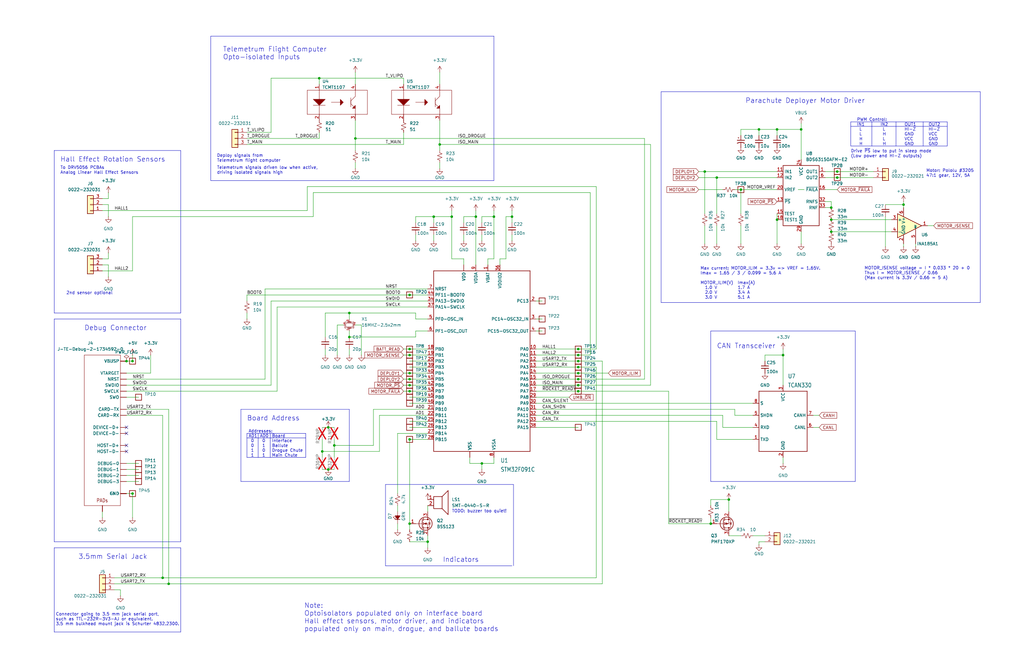
<source format=kicad_sch>
(kicad_sch (version 20250114) (generator "eeschema") (generator_version "9.0")
  (paper "USLedger")
  (title_block (title "Electromechanical Recovery System Board") (date "2024-03-XX") (rev "3.1"))
  (text "2nd sensor optional" (at 27.94 124.46 0) (effects (font (size 1.27 1.27)) (justify left bottom)))
  (text "Drive ~{PS} low to put in sleep mode\n(Low power and HI-Z outputs)" (at 358.775 66.675 0) (effects (font (size 1.27 1.27)) (justify left bottom)))
  (text "To DRV5056 PCBAs\nAnalog Linear Hall Effect Sensors" (at 25.4 73.66 0) (effects (font (size 1.27 1.27)) (justify left bottom)))
  (text "Connector going to 3.5 mm jack serial port,\nsuch as TTL-232R-3V3-AJ or equivalent.\n3.5 mm bulkhead mount jack is Schurter 4832.2300." (at 23.495 264.16 0) (effects (font (size 1.27 1.27)) (justify left bottom)))
  (text "Deploy signals from\nTelemetrum flight computer" (at 91.44 68.58 0) (effects (font (size 1.27 1.27)) (justify left bottom)))
  (text "3.5mm Serial Jack" (at 33.02 236.22 0) (effects (font (size 2.032 2.032)) (justify left bottom)))
  (text "TODO: buzzer too quiet!" (at 190.5 216.535 0) (effects (font (size 1.27 1.27)) (justify left bottom)))
  (text "Motor: Pololu #3205 \n47:1 gear, 12V, 5A" (at 390.525 74.93 0) (effects (font (size 1.27 1.27)) (justify left bottom)))
  (text "Hall Effect Rotation Sensors" (at 25.4 68.58 0) (effects (font (size 2.032 2.032)) (justify left bottom)))
  (text "Board Address" (at 104.14 177.8 0) (effects (font (size 2.032 2.032)) (justify left bottom)))
  (text "PWM Control:\nIN1		IN2		OUT1	OUT2\n L		 L		HI-Z	HI-Z\n L		 H		GND		VCC\n H		 L		VCC		GND\n H		 H		GND		GND\n" (at 361.315 61.595 0) (effects (font (size 1.27 1.27)) (justify left bottom)))
  (text "Note:\nOptoisolators populated only on interface board\nHall effect sensors, motor driver, and indicators\npopulated only on main, drogue, and ballute boards" (at 128.27 266.7 0) (effects (font (size 2.032 2.032)) (justify left bottom)))
  (text "Telemetrum Flight Computer\nOpto-isolated Inputs" (at 93.98 25.4 0) (effects (font (size 2.032 2.032)) (justify left bottom)))
  (text "Indicators" (at 186.69 237.49 0) (effects (font (size 2.032 2.032)) (justify left bottom)))
  (text "Debug Connector" (at 35.56 139.7 0) (effects (font (size 2.032 2.032)) (justify left bottom)))
  (text "MOTOR_ISENSE voltage = I * 0.033 * 20 + 0\nThus I = MOTOR_ISENSE / 0.66\n(Max current is 3.3V / 0.66 = 5 A)" (at 364.49 118.11 0) (effects (font (size 1.27 1.27)) (justify left bottom)))
  (text "Addresses:\nAD1	AD0	Board\n 0	 0	Interface\n 0	 1	Ballute\n 1	 0	Drogue Chute\n 1	 1	Main Chute" (at 104.775 193.04 0) (effects (font (size 1.27 1.27)) (justify left bottom)))
  (text "Parachute Deployer Motor Driver" (at 314.325 43.815 0) (effects (font (size 2.032 2.032)) (justify left bottom)))
  (text "Telemetrum signals driven low when active,\ndriving isolated signals high" (at 91.44 73.66 0) (effects (font (size 1.27 1.27)) (justify left bottom)))
  (text "Max current: MOTOR_ILIM = 3.3v => VREF = 1.65V.\nImax = 1.65 / 3 / 0.099 = 5.6 A\n\nMOTOR_ILIM(V)  Imax(A)\n  1.0 V         1.7 A\n  2.0 V         3.4 A\n  3.0 V         5.1 A" (at 295.275 126.365 0) (effects (font (size 1.27 1.27)) (justify left bottom)))
  (text "CAN Transceiver" (at 302.26 147.32 0) (effects (font (size 2.032 2.032)) (justify left bottom)))
  (junction (at 185.42 60.96))
  (junction (at 190.5 91.44))
  (junction (at 149.86 58.42))
  (junction (at 302.26 74.93))
  (junction (at 243.84 160.02))
  (junction (at 320.04 54.61))
  (junction (at 337.82 54.61))
  (junction (at 350.52 92.71))
  (junction (at 68.58 243.84))
  (junction (at 172.72 160.02))
  (junction (at 135.89 190.5))
  (junction (at 200.66 91.44))
  (junction (at 243.84 152.4))
  (junction (at 172.72 147.32))
  (junction (at 55.88 152.4))
  (junction (at 353.06 72.39))
  (junction (at 172.72 185.42))
  (junction (at 299.72 220.98))
  (junction (at 182.88 91.44))
  (junction (at 327.66 92.71))
  (junction (at 350.52 87.63))
  (junction (at 381 86.36))
  (junction (at 147.32 132.08))
  (junction (at 71.12 246.38))
  (junction (at 330.2 149.86))
  (junction (at 172.72 157.48))
  (junction (at 215.9 91.44))
  (junction (at 327.66 54.61))
  (junction (at 138.43 198.12))
  (junction (at 172.72 165.1))
  (junction (at 243.84 149.86))
  (junction (at 312.42 80.01))
  (junction (at 134.62 33.02))
  (junction (at 53.34 152.4))
  (junction (at 243.84 147.32))
  (junction (at 208.28 91.44))
  (junction (at 243.84 157.48))
  (junction (at 55.88 208.28))
  (junction (at 307.34 210.82))
  (junction (at 180.34 228.6))
  (junction (at 172.72 124.46))
  (junction (at 138.43 180.34))
  (junction (at 147.32 142.24))
  (junction (at 172.72 162.56))
  (junction (at 172.72 149.86))
  (junction (at 297.18 72.39))
  (junction (at 243.84 165.1))
  (junction (at 243.84 154.94))
  (junction (at 350.52 97.79))
  (junction (at 353.06 74.93))
  (junction (at 243.84 162.56))
  (junction (at 140.97 187.96))
  (junction (at 203.2 195.58))
  (junction (at 172.72 220.98))
  (no_connect (at 53.34 190.5))
  (no_connect (at 53.34 187.96))
  (no_connect (at 53.34 182.88))
  (no_connect (at 53.34 180.34))
  (wire (pts (xy 55.88 208.28) (xy 53.34 208.28)))
  (wire (pts (xy 205.74 109.22) (xy 208.28 109.22)))
  (wire (pts (xy 55.88 91.44) (xy 132.08 91.44)))
  (polyline (pts (xy 76.2 228.6) (xy 22.86 228.6)))
  (wire (pts (xy 281.94 220.98) (xy 299.72 220.98)))
  (polyline (pts (xy 76.2 134.62) (xy 76.2 228.6)))
  (wire (pts (xy 175.26 134.62) (xy 175.26 132.08)))
  (polyline (pts (xy 108.839 182.88) (xy 108.839 193.04)) (stroke (width 0) (type solid)))
  (polyline (pts (xy 88.9 15.24) (xy 208.28 15.24)))
  (wire (pts (xy 53.34 195.58) (xy 58.42 195.58)))
  (wire (pts (xy 185.42 68.58) (xy 185.42 71.12)))
  (wire (pts (xy 50.8 248.92) (xy 50.8 251.46)))
  (wire (pts (xy 175.26 142.24) (xy 147.32 142.24)))
  (polyline (pts (xy 377.825 51.435) (xy 377.825 61.595)) (stroke (width 0) (type solid)))
  (wire (pts (xy 182.88 91.44) (xy 190.5 91.44)))
  (wire (pts (xy 226.06 167.64) (xy 240.03 167.64)))
  (wire (pts (xy 180.34 182.88) (xy 167.64 182.88)))
  (wire (pts (xy 226.06 152.4) (xy 243.84 152.4)))
  (wire (pts (xy 203.2 91.44) (xy 203.2 93.98)))
  (wire (pts (xy 170.18 162.56) (xy 172.72 162.56)))
  (wire (pts (xy 226.06 175.26) (xy 304.8 175.26)))
  (wire (pts (xy 243.84 149.86) (xy 226.06 149.86)))
  (polyline (pts (xy 278.765 38.735) (xy 413.385 38.735)))
  (polyline (pts (xy 367.665 51.435) (xy 367.665 61.595)) (stroke (width 0) (type solid)))
  (wire (pts (xy 71.12 172.72) (xy 71.12 246.38)))
  (wire (pts (xy 299.72 213.36) (xy 299.72 210.82)))
  (wire (pts (xy 302.26 95.25) (xy 302.26 102.87)))
  (wire (pts (xy 172.72 147.32) (xy 180.34 147.32)))
  (polyline (pts (xy 76.2 132.08) (xy 22.86 132.08)))
  (wire (pts (xy 149.86 50.8) (xy 149.86 58.42)))
  (wire (pts (xy 336.55 80.01) (xy 339.09 80.01)))
  (wire (pts (xy 53.34 152.4) (xy 55.88 152.4)))
  (wire (pts (xy 386.08 104.14) (xy 386.08 102.87)))
  (wire (pts (xy 45.72 106.68) (xy 45.72 109.22)))
  (wire (pts (xy 251.46 78.74) (xy 129.54 78.74)))
  (wire (pts (xy 43.18 215.9) (xy 43.18 218.44)))
  (wire (pts (xy 200.66 88.9) (xy 200.66 91.44)))
  (wire (pts (xy 297.18 72.39) (xy 297.18 90.17)))
  (wire (pts (xy 294.64 72.39) (xy 297.18 72.39)))
  (wire (pts (xy 172.72 228.6) (xy 180.34 228.6)))
  (wire (pts (xy 172.72 185.42) (xy 172.72 220.98)))
  (wire (pts (xy 175.26 139.7) (xy 175.26 142.24)))
  (polyline (pts (xy 367.665 51.435) (xy 399.415 51.435)) (stroke (width 0) (type solid)))
  (wire (pts (xy 243.84 157.48) (xy 256.54 157.48)))
  (wire (pts (xy 172.72 167.64) (xy 180.34 167.64)))
  (wire (pts (xy 147.32 139.7) (xy 147.32 142.24)))
  (polyline (pts (xy 113.919 182.88) (xy 113.919 193.04)) (stroke (width 0) (type solid)))
  (wire (pts (xy 195.58 111.76) (xy 195.58 109.22)))
  (polyline (pts (xy 22.86 63.5) (xy 76.2 63.5)))
  (wire (pts (xy 353.06 74.93) (xy 368.3 74.93)))
  (wire (pts (xy 327.66 90.17) (xy 327.66 92.71)))
  (wire (pts (xy 185.42 60.96) (xy 274.32 60.96)))
  (wire (pts (xy 297.18 72.39) (xy 327.66 72.39)))
  (wire (pts (xy 251.46 147.32) (xy 243.84 147.32)))
  (wire (pts (xy 381 104.14) (xy 381 102.87)))
  (polyline (pts (xy 358.775 61.595) (xy 399.415 61.595)) (stroke (width 0) (type solid)))
  (wire (pts (xy 138.43 180.34) (xy 140.97 180.34)))
  (wire (pts (xy 297.18 95.25) (xy 297.18 102.87)))
  (wire (pts (xy 152.4 137.16) (xy 152.4 149.86)))
  (wire (pts (xy 53.34 175.26) (xy 68.58 175.26)))
  (wire (pts (xy 63.5 157.48) (xy 63.5 149.86)))
  (wire (pts (xy 160.02 175.26) (xy 180.34 175.26)))
  (wire (pts (xy 116.84 129.54) (xy 180.34 129.54)))
  (wire (pts (xy 203.2 99.06) (xy 203.2 101.6)))
  (wire (pts (xy 381 85.09) (xy 381 86.36)))
  (polyline (pts (xy 299.72 139.7) (xy 299.72 203.2)))
  (wire (pts (xy 226.06 162.56) (xy 243.84 162.56)))
  (wire (pts (xy 135.89 190.5) (xy 135.89 193.04)))
  (wire (pts (xy 149.86 68.58) (xy 149.86 71.12)))
  (wire (pts (xy 327.66 57.15) (xy 327.66 54.61)))
  (wire (pts (xy 337.82 54.61) (xy 337.82 67.31)))
  (wire (pts (xy 208.28 195.58) (xy 203.2 195.58)))
  (wire (pts (xy 381 86.36) (xy 381 87.63)))
  (wire (pts (xy 320.04 54.61) (xy 327.66 54.61)))
  (wire (pts (xy 347.98 87.63) (xy 350.52 87.63)))
  (wire (pts (xy 248.92 81.28) (xy 248.92 149.86)))
  (wire (pts (xy 43.18 83.82) (xy 45.72 83.82)))
  (wire (pts (xy 330.2 149.86) (xy 330.2 162.56)))
  (wire (pts (xy 45.72 111.76) (xy 43.18 111.76)))
  (wire (pts (xy 140.97 187.96) (xy 140.97 193.04)))
  (wire (pts (xy 381 86.36) (xy 373.38 86.36)))
  (wire (pts (xy 71.12 246.38) (xy 254 246.38)))
  (wire (pts (xy 226.06 127) (xy 228.6 127)))
  (wire (pts (xy 45.72 86.36) (xy 43.18 86.36)))
  (wire (pts (xy 147.32 132.08) (xy 175.26 132.08)))
  (wire (pts (xy 167.64 213.36) (xy 167.64 215.9)))
  (wire (pts (xy 215.9 99.06) (xy 215.9 101.6)))
  (wire (pts (xy 137.16 132.08) (xy 137.16 142.24)))
  (wire (pts (xy 48.26 248.92) (xy 50.8 248.92)))
  (wire (pts (xy 172.72 185.42) (xy 180.34 185.42)))
  (wire (pts (xy 309.88 80.01) (xy 312.42 80.01)))
  (polyline (pts (xy 22.86 231.14) (xy 76.2 231.14)))
  (wire (pts (xy 53.34 167.64) (xy 58.42 167.64)))
  (wire (pts (xy 167.64 182.88) (xy 167.64 208.28)))
  (wire (pts (xy 226.06 134.62) (xy 228.6 134.62)))
  (wire (pts (xy 134.62 33.02) (xy 170.18 33.02)))
  (wire (pts (xy 134.62 55.88) (xy 134.62 58.42)))
  (wire (pts (xy 226.06 157.48) (xy 243.84 157.48)))
  (wire (pts (xy 53.34 172.72) (xy 71.12 172.72)))
  (wire (pts (xy 53.34 200.66) (xy 58.42 200.66)))
  (wire (pts (xy 172.72 149.86) (xy 180.34 149.86)))
  (wire (pts (xy 45.72 86.36) (xy 45.72 91.44)))
  (wire (pts (xy 170.18 55.88) (xy 170.18 60.96)))
  (wire (pts (xy 312.42 54.61) (xy 320.04 54.61)))
  (wire (pts (xy 53.34 157.48) (xy 63.5 157.48)))
  (wire (pts (xy 342.9 175.26) (xy 345.44 175.26)))
  (wire (pts (xy 149.86 58.42) (xy 271.78 58.42)))
  (polyline (pts (xy 88.9 15.24) (xy 88.9 76.2)))
  (wire (pts (xy 271.78 58.42) (xy 271.78 160.02)))
  (wire (pts (xy 347.98 72.39) (xy 353.06 72.39)))
  (wire (pts (xy 251.46 78.74) (xy 251.46 147.32)))
  (wire (pts (xy 104.14 124.46) (xy 172.72 124.46)))
  (wire (pts (xy 172.72 177.8) (xy 180.34 177.8)))
  (wire (pts (xy 134.62 35.56) (xy 134.62 33.02)))
  (wire (pts (xy 43.18 88.9) (xy 129.54 88.9)))
  (wire (pts (xy 226.06 172.72) (xy 309.88 172.72)))
  (polyline (pts (xy 76.2 266.7) (xy 22.86 266.7)))
  (wire (pts (xy 144.78 137.16) (xy 142.24 137.16)))
  (wire (pts (xy 182.88 91.44) (xy 182.88 93.98)))
  (wire (pts (xy 45.72 83.82) (xy 45.72 81.28)))
  (wire (pts (xy 327.66 54.61) (xy 337.82 54.61)))
  (wire (pts (xy 302.26 74.93) (xy 302.26 90.17)))
  (wire (pts (xy 180.34 139.7) (xy 175.26 139.7)))
  (wire (pts (xy 172.72 160.02) (xy 180.34 160.02)))
  (wire (pts (xy 172.72 170.18) (xy 180.34 170.18)))
  (polyline (pts (xy 22.86 63.5) (xy 22.86 132.08)))
  (polyline (pts (xy 104.14 182.88) (xy 104.14 193.04)) (stroke (width 0) (type solid)))
  (wire (pts (xy 104.14 132.08) (xy 104.14 134.62)))
  (wire (pts (xy 170.18 35.56) (xy 170.18 33.02)))
  (wire (pts (xy 172.72 124.46) (xy 180.34 124.46)))
  (wire (pts (xy 149.86 137.16) (xy 152.4 137.16)))
  (polyline (pts (xy 389.255 51.435) (xy 389.255 61.595)) (stroke (width 0) (type solid)))
  (wire (pts (xy 309.88 175.26) (xy 317.5 175.26)))
  (wire (pts (xy 104.14 60.96) (xy 170.18 60.96)))
  (wire (pts (xy 55.88 91.44) (xy 55.88 114.3)))
  (polyline (pts (xy 128.905 182.88) (xy 128.905 193.04)) (stroke (width 0) (type solid)))
  (polyline (pts (xy 216.535 204.47) (xy 162.56 204.47)))
  (polyline (pts (xy 101.6 172.72) (xy 147.32 172.72)))
  (wire (pts (xy 299.72 210.82) (xy 307.34 210.82)))
  (wire (pts (xy 330.2 193.04) (xy 330.2 195.58)))
  (polyline (pts (xy 109.22 182.88) (xy 104.14 182.88)) (stroke (width 0) (type solid)))
  (wire (pts (xy 312.42 95.25) (xy 312.42 102.87)))
  (wire (pts (xy 190.5 109.22) (xy 190.5 91.44)))
  (wire (pts (xy 140.97 185.42) (xy 140.97 187.96)))
  (polyline (pts (xy 162.56 204.47) (xy 162.56 238.76)))
  (wire (pts (xy 274.32 60.96) (xy 274.32 162.56)))
  (polyline (pts (xy 399.415 51.435) (xy 399.415 61.595)) (stroke (width 0) (type solid)))
  (wire (pts (xy 175.26 99.06) (xy 175.26 101.6)))
  (wire (pts (xy 116.84 129.54) (xy 116.84 165.1)))
  (wire (pts (xy 203.2 195.58) (xy 203.2 198.12)))
  (polyline (pts (xy 278.765 127.635) (xy 413.385 127.635)))
  (polyline (pts (xy 162.56 238.76) (xy 215.9 238.76)))
  (wire (pts (xy 251.46 243.84) (xy 251.46 154.94)))
  (wire (pts (xy 180.34 226.06) (xy 180.34 228.6)))
  (polyline (pts (xy 147.32 203.2) (xy 147.32 172.72)))
  (wire (pts (xy 172.72 152.4) (xy 180.34 152.4)))
  (wire (pts (xy 327.66 92.71) (xy 327.66 102.87)))
  (wire (pts (xy 147.32 132.08) (xy 137.16 132.08)))
  (wire (pts (xy 317.5 226.06) (xy 322.58 226.06)))
  (wire (pts (xy 138.43 198.12) (xy 140.97 198.12)))
  (wire (pts (xy 322.58 152.4) (xy 322.58 149.86)))
  (wire (pts (xy 172.72 157.48) (xy 180.34 157.48)))
  (wire (pts (xy 135.89 180.34) (xy 138.43 180.34)))
  (polyline (pts (xy 208.28 76.2) (xy 208.28 15.24)))
  (wire (pts (xy 337.82 52.07) (xy 337.82 54.61)))
  (polyline (pts (xy 22.86 134.62) (xy 22.86 228.6)))
  (wire (pts (xy 140.97 187.96) (xy 157.48 187.96)))
  (wire (pts (xy 114.3 162.56) (xy 114.3 127)))
  (wire (pts (xy 200.66 91.44) (xy 195.58 91.44)))
  (wire (pts (xy 320.04 57.15) (xy 320.04 54.61)))
  (wire (pts (xy 337.82 97.79) (xy 337.82 102.87)))
  (wire (pts (xy 213.36 109.22) (xy 213.36 91.44)))
  (wire (pts (xy 190.5 88.9) (xy 190.5 91.44)))
  (wire (pts (xy 170.18 147.32) (xy 172.72 147.32)))
  (wire (pts (xy 320.04 228.6) (xy 322.58 228.6)))
  (wire (pts (xy 180.34 228.6) (xy 180.34 231.14)))
  (wire (pts (xy 226.06 180.34) (xy 243.84 180.34)))
  (wire (pts (xy 132.08 81.28) (xy 248.92 81.28)))
  (wire (pts (xy 68.58 243.84) (xy 251.46 243.84)))
  (wire (pts (xy 248.92 149.86) (xy 243.84 149.86)))
  (polyline (pts (xy 278.765 38.735) (xy 278.765 127.635)))
  (wire (pts (xy 104.14 58.42) (xy 134.62 58.42)))
  (wire (pts (xy 111.76 121.92) (xy 111.76 160.02)))
  (wire (pts (xy 322.58 149.86) (xy 330.2 149.86)))
  (wire (pts (xy 104.14 124.46) (xy 104.14 127)))
  (wire (pts (xy 170.18 157.48) (xy 172.72 157.48)))
  (wire (pts (xy 210.82 111.76) (xy 210.82 109.22)))
  (wire (pts (xy 226.06 170.18) (xy 317.5 170.18)))
  (wire (pts (xy 350.52 92.71) (xy 375.92 92.71)))
  (wire (pts (xy 312.42 80.01) (xy 312.42 90.17)))
  (wire (pts (xy 312.42 57.15) (xy 312.42 54.61)))
  (wire (pts (xy 208.28 193.04) (xy 208.28 195.58)))
  (wire (pts (xy 215.9 88.9) (xy 215.9 91.44)))
  (wire (pts (xy 294.64 80.01) (xy 304.8 80.01)))
  (wire (pts (xy 205.74 111.76) (xy 205.74 109.22)))
  (wire (pts (xy 185.42 60.96) (xy 185.42 63.5)))
  (polyline (pts (xy 367.665 51.435) (xy 358.775 51.435)) (stroke (width 0) (type solid)))
  (wire (pts (xy 350.52 97.79) (xy 375.92 97.79)))
  (wire (pts (xy 53.34 198.12) (xy 58.42 198.12)))
  (wire (pts (xy 347.98 85.09) (xy 350.52 85.09)))
  (wire (pts (xy 320.04 229.87) (xy 320.04 228.6)))
  (wire (pts (xy 135.89 190.5) (xy 160.02 190.5)))
  (wire (pts (xy 53.34 162.56) (xy 114.3 162.56)))
  (wire (pts (xy 213.36 91.44) (xy 215.9 91.44)))
  (polyline (pts (xy 109.22 182.88) (xy 128.905 182.88)) (stroke (width 0) (type solid)))
  (wire (pts (xy 172.72 180.34) (xy 180.34 180.34)))
  (wire (pts (xy 304.8 180.34) (xy 317.5 180.34)))
  (wire (pts (xy 243.84 154.94) (xy 226.06 154.94)))
  (wire (pts (xy 198.12 193.04) (xy 198.12 195.58)))
  (wire (pts (xy 147.32 147.32) (xy 147.32 149.86)))
  (wire (pts (xy 172.72 154.94) (xy 180.34 154.94)))
  (wire (pts (xy 137.16 147.32) (xy 137.16 149.86)))
  (wire (pts (xy 116.84 165.1) (xy 53.34 165.1)))
  (wire (pts (xy 53.34 203.2) (xy 58.42 203.2)))
  (wire (pts (xy 347.98 80.01) (xy 353.06 80.01)))
  (wire (pts (xy 243.84 160.02) (xy 271.78 160.02)))
  (wire (pts (xy 195.58 99.06) (xy 195.58 101.6)))
  (wire (pts (xy 45.72 111.76) (xy 45.72 116.84)))
  (wire (pts (xy 111.76 160.02) (xy 53.34 160.02)))
  (wire (pts (xy 312.42 80.01) (xy 327.66 80.01)))
  (wire (pts (xy 215.9 91.44) (xy 215.9 93.98)))
  (wire (pts (xy 200.66 111.76) (xy 200.66 91.44)))
  (wire (pts (xy 208.28 88.9) (xy 208.28 91.44)))
  (wire (pts (xy 226.06 160.02) (xy 243.84 160.02)))
  (wire (pts (xy 226.06 139.7) (xy 228.6 139.7)))
  (wire (pts (xy 170.18 165.1) (xy 172.72 165.1)))
  (polyline (pts (xy 101.6 172.72) (xy 101.6 203.2)))
  (wire (pts (xy 309.88 172.72) (xy 309.88 175.26)))
  (wire (pts (xy 114.3 127) (xy 180.34 127)))
  (wire (pts (xy 251.46 154.94) (xy 243.84 154.94)))
  (wire (pts (xy 149.86 30.48) (xy 149.86 35.56)))
  (wire (pts (xy 180.34 172.72) (xy 157.48 172.72)))
  (wire (pts (xy 135.89 198.12) (xy 138.43 198.12)))
  (wire (pts (xy 129.54 78.74) (xy 129.54 88.9)))
  (wire (pts (xy 45.72 109.22) (xy 43.18 109.22)))
  (wire (pts (xy 170.18 160.02) (xy 172.72 160.02)))
  (polyline (pts (xy 360.68 203.2) (xy 360.68 139.7)))
  (polyline (pts (xy 216.535 238.76) (xy 216.535 204.47)))
  (wire (pts (xy 195.58 91.44) (xy 195.58 93.98)))
  (polyline (pts (xy 299.72 203.2) (xy 360.68 203.2)))
  (wire (pts (xy 302.26 185.42) (xy 317.5 185.42)))
  (wire (pts (xy 185.42 30.48) (xy 185.42 35.56)))
  (polyline (pts (xy 76.2 63.5) (xy 76.2 132.08)))
  (wire (pts (xy 132.08 91.44) (xy 132.08 81.28)))
  (wire (pts (xy 294.64 74.93) (xy 302.26 74.93)))
  (wire (pts (xy 55.88 149.86) (xy 55.88 152.4)))
  (wire (pts (xy 55.88 218.44) (xy 55.88 208.28)))
  (wire (pts (xy 342.9 180.34) (xy 345.44 180.34)))
  (wire (pts (xy 167.64 220.98) (xy 167.64 223.52)))
  (wire (pts (xy 350.52 85.09) (xy 350.52 87.63)))
  (polyline (pts (xy 104.14 184.785) (xy 128.905 184.785)) (stroke (width 0) (type solid)))
  (polyline (pts (xy 76.2 231.14) (xy 76.2 266.7)))
  (wire (pts (xy 175.26 91.44) (xy 182.88 91.44)))
  (polyline (pts (xy 101.6 203.2) (xy 147.32 203.2)))
  (polyline (pts (xy 413.385 127.635) (xy 413.385 38.735)))
  (wire (pts (xy 114.3 55.88) (xy 114.3 33.02)))
  (wire (pts (xy 135.89 185.42) (xy 135.89 190.5)))
  (wire (pts (xy 307.34 226.06) (xy 312.42 226.06)))
  (wire (pts (xy 304.8 175.26) (xy 304.8 180.34)))
  (wire (pts (xy 55.88 114.3) (xy 43.18 114.3)))
  (polyline (pts (xy 358.775 51.435) (xy 358.775 61.595)) (stroke (width 0) (type solid)))
  (wire (pts (xy 307.34 210.82) (xy 307.34 215.9)))
  (wire (pts (xy 182.88 99.06) (xy 182.88 101.6)))
  (wire (pts (xy 208.28 109.22) (xy 208.28 91.44)))
  (wire (pts (xy 208.28 91.44) (xy 203.2 91.44)))
  (wire (pts (xy 302.26 177.8) (xy 302.26 185.42)))
  (polyline (pts (xy 104.14 193.04) (xy 128.905 193.04)) (stroke (width 0) (type solid)))
  (wire (pts (xy 302.26 74.93) (xy 327.66 74.93)))
  (wire (pts (xy 175.26 93.98) (xy 175.26 91.44)))
  (wire (pts (xy 198.12 195.58) (xy 203.2 195.58)))
  (wire (pts (xy 160.02 175.26) (xy 160.02 190.5)))
  (wire (pts (xy 48.26 246.38) (xy 71.12 246.38)))
  (wire (pts (xy 281.94 165.1) (xy 281.94 220.98)))
  (wire (pts (xy 180.34 134.62) (xy 175.26 134.62)))
  (wire (pts (xy 104.14 55.88) (xy 114.3 55.88)))
  (polyline (pts (xy 358.775 53.34) (xy 399.415 53.34)) (stroke (width 0) (type solid)))
  (wire (pts (xy 243.84 147.32) (xy 226.06 147.32)))
  (wire (pts (xy 111.76 121.92) (xy 180.34 121.92)))
  (polyline (pts (xy 299.72 139.7) (xy 360.68 139.7)))
  (wire (pts (xy 373.38 91.44) (xy 373.38 104.14)))
  (wire (pts (xy 347.98 74.93) (xy 353.06 74.93)))
  (wire (pts (xy 226.06 165.1) (xy 243.84 165.1)))
  (wire (pts (xy 147.32 134.62) (xy 147.32 132.08)))
  (wire (pts (xy 170.18 149.86) (xy 172.72 149.86)))
  (wire (pts (xy 172.72 165.1) (xy 180.34 165.1)))
  (wire (pts (xy 195.58 109.22) (xy 190.5 109.22)))
  (wire (pts (xy 391.16 95.25) (xy 393.7 95.25)))
  (wire (pts (xy 254 246.38) (xy 254 152.4)))
  (wire (pts (xy 142.24 137.16) (xy 142.24 149.86)))
  (wire (pts (xy 48.26 243.84) (xy 68.58 243.84)))
  (wire (pts (xy 180.34 213.36) (xy 180.34 215.9)))
  (wire (pts (xy 172.72 162.56) (xy 180.34 162.56)))
  (wire (pts (xy 157.48 172.72) (xy 157.48 187.96)))
  (wire (pts (xy 172.72 220.98) (xy 172.72 223.52)))
  (polyline (pts (xy 22.86 134.62) (xy 76.2 134.62)))
  (wire (pts (xy 114.3 33.02) (xy 134.62 33.02)))
  (wire (pts (xy 299.72 218.44) (xy 299.72 220.98)))
  (wire (pts (xy 149.86 58.42) (xy 149.86 63.5)))
  (wire (pts (xy 254 152.4) (xy 243.84 152.4)))
  (wire (pts (xy 353.06 72.39) (xy 368.3 72.39)))
  (wire (pts (xy 330.2 147.32) (xy 330.2 149.86)))
  (polyline (pts (xy 88.9 76.2) (xy 208.28 76.2)))
  (polyline (pts (xy 22.86 231.14) (xy 22.86 266.7)))
  (wire (pts (xy 243.84 162.56) (xy 274.32 162.56)))
  (wire (pts (xy 243.84 165.1) (xy 281.94 165.1)))
  (wire (pts (xy 185.42 50.8) (xy 185.42 60.96)))
  (wire (pts (xy 210.82 109.22) (xy 213.36 109.22)))
  (wire (pts (xy 68.58 175.26) (xy 68.58 243.84)))
  (wire (pts (xy 226.06 177.8) (xy 302.26 177.8)))
  (label "SWCLK" (at 162.56 129.54 0))
  (label "NRST" (at 55.88 160.02 0))
  (label "HALL2" (at 228.6 149.86 0))
  (label "HALL1" (at 48.26 88.9 0))
  (label "AD1" (at 175.26 175.26 0))
  (label "T_MAIN" (at 104.14 60.96 0))
  (label "~{ROCKET_READY}" (at 228.6 165.1 0))
  (label "SWDIO" (at 162.56 127 0))
  (label "BOOT0" (at 162.56 124.46 0))
  (label "HALL2" (at 48.26 114.3 0))
  (label "CAN_SILENT" (at 228.6 170.18 0))
  (label "T_MAIN" (at 162.56 60.96 0))
  (label "USART2_TX" (at 50.8 246.38 0))
  (label "T_DROGUE" (at 104.14 58.42 0))
  (label "MOTOR-" (at 358.14 74.93 0))
  (label "CAN_TX" (at 228.6 177.8 0))
  (label "ISO_DROGUE" (at 228.6 160.02 0))
  (label "SWCLK" (at 55.88 165.1 0))
  (label "ISO_MAIN" (at 193.04 60.96 0))
  (label "MOTOR_VREF" (at 314.96 80.01 0))
  (label "USART2_TX" (at 228.6 152.4 0))
  (label "USART2_RX" (at 228.6 154.94 0))
  (label "BOOT0" (at 104.14 124.46 0))
  (label "T_VLIPO" (at 162.56 33.02 0))
  (label "USART2_TX" (at 53.34 172.72 0))
  (label "CAN_RX" (at 228.6 175.26 0))
  (label "ISO_DROGUE" (at 193.04 58.42 0))
  (label "USART2_RX" (at 53.34 175.26 0))
  (label "USART2_RX" (at 50.8 243.84 0))
  (label "~{ROCKET_READY}" (at 281.94 220.98 0))
  (label "CAN_SHDN" (at 228.6 172.72 0))
  (label "T_DROGUE" (at 124.46 58.42 0))
  (label "HALL1" (at 228.6 147.32 0))
  (label "ISO_MAIN" (at 228.6 162.56 0))
  (label "AD0" (at 175.26 172.72 0))
  (label "NRST" (at 162.56 121.92 0))
  (label "T_VLIPO" (at 104.14 55.88 0))
  (label "MOTOR+" (at 358.14 72.39 0))
  (label "SWDIO" (at 55.88 162.56 0))
  (global_label "DEPLOY1" (shape input) (at 294.64 72.39 180) (property "Intersheetrefs" "${INTERSHEET_REFS}" (effects (hide yes))))
  (global_label "DEPLOY2" (shape input) (at 294.64 74.93 180) (property "Intersheetrefs" "${INTERSHEET_REFS}" (effects (hide yes))))
  (global_label "MOTOR_~{FAILA}" (shape input) (at 353.06 80.01 0) (property "Intersheetrefs" "${INTERSHEET_REFS}" (effects (hide yes))))
  (global_label "MOTOR_ISENSE" (shape input) (at 170.18 149.86 180) (property "Intersheetrefs" "${INTERSHEET_REFS}" (effects (hide yes))))
  (global_label "BATT_READ" (shape input) (at 170.18 147.32 180) (property "Intersheetrefs" "${INTERSHEET_REFS}" (effects (hide yes))))
  (global_label "MOTOR_~{FAILA}" (shape input) (at 170.18 165.1 180) (property "Intersheetrefs" "${INTERSHEET_REFS}" (effects (hide yes))))
  (global_label "MOTOR_ISENSE" (shape input) (at 393.7 95.25 0) (property "Intersheetrefs" "${INTERSHEET_REFS}" (effects (hide yes))))
  (global_label "UMB_~{ON}" (shape input) (at 240.03 167.64 0) (property "Intersheetrefs" "${INTERSHEET_REFS}" (effects (hide yes))))
  (global_label "MOTOR_~{PS}" (shape input) (at 327.66 85.09 180) (property "Intersheetrefs" "${INTERSHEET_REFS}" (effects (hide yes))))
  (global_label "DEPLOY1" (shape input) (at 170.18 157.48 180) (property "Intersheetrefs" "${INTERSHEET_REFS}" (effects (hide yes))))
  (global_label "CANH" (shape input) (at 345.44 175.26 0) (property "Intersheetrefs" "${INTERSHEET_REFS}" (effects (hide yes))))
  (global_label "CANL" (shape input) (at 345.44 180.34 0) (property "Intersheetrefs" "${INTERSHEET_REFS}" (effects (hide yes))))
  (global_label "DEPLOY2" (shape input) (at 170.18 160.02 180) (property "Intersheetrefs" "${INTERSHEET_REFS}" (effects (hide yes))))
  (global_label "MOTOR_ILIM" (shape input) (at 256.54 157.48 0) (property "Intersheetrefs" "${INTERSHEET_REFS}" (effects (hide yes))))
  (global_label "MOTOR_ILIM" (shape input) (at 294.64 80.01 180) (property "Intersheetrefs" "${INTERSHEET_REFS}" (effects (hide yes))))
  (global_label "MOTOR_~{PS}" (shape input) (at 170.18 162.56 180) (property "Intersheetrefs" "${INTERSHEET_REFS}" (effects (hide yes))))
  (symbol (lib_id "power:GND") (at 167.64 223.52 0) (unit 1)
    (property "Reference" "#PWR049" (effects (hide yes)))
    (property "Value" "GND" (at 167.64 228.6 0))
    (property "Description" "Power symbol creates a global label with name \"GND\" , ground" (effects (hide yes)))
  )
  (symbol (lib_id "power:GND") (at 327.66 102.87 0) (unit 1)
    (property "Reference" "#PWR066" (effects (hide yes)))
    (property "Value" "GND" (at 327.66 107.315 0))
    (property "Description" "Power symbol creates a global label with name \"GND\" , ground" (effects (hide yes)))
  )
  (symbol (lib_id "psas-testpoint:Test-Point") (at 172.72 162.56 0) (unit 1) (in_bom no)
    (property "Reference" "TP35" (at 175.26 161.29 0) (effects (justify left)))
    (property "Value" "Test-Point" (effects (hide yes)))
    (property "Footprint" "psas-footprints:TP-through-hole-1X01" (effects (hide yes)))
  )
  (symbol (lib_id "power:+3.3V") (at 307.34 210.82 0) (unit 1)
    (property "Reference" "#PWR01" (effects (hide yes)))
    (property "Value" "+3.3V" (at 307.34 205.74 0))
    (property "Description" "Power symbol creates a global label with name \"+3.3V\"" (effects (hide yes)))
  )
  (symbol (lib_id "power:+3.3V") (at 208.28 88.9 0) (unit 1)
    (property "Reference" "#PWR059" (effects (hide yes)))
    (property "Value" "+3.3V" (at 208.28 83.82 0))
    (property "Description" "Power symbol creates a global label with name \"+3.3V\"" (effects (hide yes)))
  )
  (symbol (lib_id "Device:C_Small") (at 327.66 59.69 0) (unit 1)
    (property "Reference" "C24" (at 328.295 57.785 0) (effects (justify left)))
    (property "Value" "100n" (at 328.295 61.595 0) (effects (justify left)))
    (property "Footprint" "Capacitor_SMD:C_0603_1608Metric" (effects (hide yes)))
    (property "Description" "CAP CER 0.1UF 50V X7R 0603" (effects (hide yes)))
    (property "DPN" "1276-6854-1-ND" (effects (hide yes)))
    (property "DST" "DigiKey" (effects (hide yes)))
    (property "MFR" "Samsung Microelectronics" (effects (hide yes)))
    (property "MPN" "CL10B104KB8WPNC" (effects (hide yes)))
  )
  (symbol (lib_id "power:GND") (at 147.32 149.86 0) (unit 1)
    (property "Reference" "#PWR045" (effects (hide yes)))
    (property "Value" "GND" (at 147.32 154.94 0))
    (property "Description" "Power symbol creates a global label with name \"GND\" , ground" (effects (hide yes)))
  )
  (symbol (lib_id "psas-testpoint:Test-Point") (at 312.42 80.01 0) (unit 1) (in_bom no)
    (property "Reference" "TP38" (at 309.88 77.47 0) (effects (justify left)))
    (property "Value" "Test-Point" (effects (hide yes)))
    (property "Footprint" "psas-footprints:TP-through-hole-1X01" (effects (hide yes)))
  )
  (symbol (lib_id "power:GND") (at 55.88 218.44 0) (unit 1)
    (property "Reference" "#PWR034" (effects (hide yes)))
    (property "Value" "GND" (at 55.88 223.52 0))
    (property "Description" "Power symbol creates a global label with name \"GND\" , ground" (effects (hide yes)))
  )
  (symbol (lib_id "Device:R_Small_US") (at 149.86 66.04 0) (unit 1)
    (property "Reference" "R21" (at 152.4 64.7699 0) (effects (justify left)))
    (property "Value" "10k" (at 152.4 67.3099 0) (effects (justify left)))
    (property "Footprint" "Resistor_SMD:R_0603_1608Metric" (effects (hide yes)))
    (property "Description" "RES 10K OHM 1% 1/10W 0603" (effects (hide yes)))
    (property "DPN" "311-10.0KHRCT-ND" (effects (hide yes)))
    (property "DST" "DigiKey" (effects (hide yes)))
    (property "MFR" "Yageo" (effects (hide yes)))
    (property "MPN" "RC0603FR-0710KL" (effects (hide yes)))
  )
  (symbol (lib_id "Device:C_Small") (at 182.88 96.52 0) (unit 1)
    (property "Reference" "C19" (at 183.515 94.615 0) (effects (justify left)))
    (property "Value" "100n" (at 183.515 98.425 0) (effects (justify left)))
    (property "Footprint" "Capacitor_SMD:C_0603_1608Metric" (effects (hide yes)))
    (property "Description" "CAP CER 0.1UF 50V X7R 0603" (effects (hide yes)))
    (property "DPN" "1276-6854-1-ND" (effects (hide yes)))
    (property "DST" "DigiKey" (effects (hide yes)))
    (property "MFR" "Samsung Microelectronics" (effects (hide yes)))
    (property "MPN" "CL10B104KB8WPNC" (effects (hide yes)))
  )
  (symbol (lib_id "psas-testpoint:Test-Point") (at 172.72 185.42 0) (unit 1) (in_bom no)
    (property "Reference" "TP37" (at 175.26 184.15 0) (effects (justify left)))
    (property "Value" "Test-Point" (effects (hide yes)))
    (property "Footprint" "psas-footprints:TP-through-hole-1X01" (effects (hide yes)))
  )
  (symbol (lib_id "Connector_Generic:Conn_01x03") (at 38.1 111.76 180) (unit 1)
    (property "Reference" "J7" (at 38.1 102.87 0))
    (property "Value" "0022-232031" (at 35.56 105.41 0))
    (property "Footprint" "Connector_Molex:Molex_KK-254_AE-6410-03A_1x03_P2.54mm_Vertical" (effects (hide yes)))
    (property "Datasheet" "https://www.molex.com/pdm_docs/sd/022232031_sd.pdf" (effects (hide yes)))
    (property "Description" "CONN HEADER VERT 3POS 2.54MM HIGH PRESSURE" (effects (hide yes)))
    (property "DPN" "WM4201-ND" (effects (hide yes)))
    (property "DST" "DigiKey" (effects (hide yes)))
    (property "MFR" "Molex" (effects (hide yes)))
    (property "MPN" "22232031" (effects (hide yes)))
  )
  (symbol (lib_id "Device:R_Small_US") (at 167.64 210.82 0) (unit 1)
    (property "Reference" "R24" (at 165.1 213.36 90) (effects (justify left)))
    (property "Value" "4.7k" (at 170.18 212.725 90) (effects (justify left)))
    (property "Footprint" "Resistor_SMD:R_0603_1608Metric" (effects (hide yes)))
    (property "Description" "RES 4.7K OHM 1% 1/10W 0603" (effects (hide yes)))
    (property "DPN" "311-4.70KHRCT-ND" (effects (hide yes)))
    (property "DST" "DigiKey" (effects (hide yes)))
    (property "MFR" "Yageo" (effects (hide yes)))
    (property "MPN" "RC0603FR-074K7L" (effects (hide yes)))
  )
  (symbol (lib_id "power:+3.3V") (at 138.43 180.34 0) (unit 1)
    (property "Reference" "#PWR0104" (effects (hide yes)))
    (property "Value" "+3.3V" (at 138.43 176.784 0))
    (property "Description" "Power symbol creates a global label with name \"+3.3V\"" (effects (hide yes)))
  )
  (symbol (lib_id "U-Vishay-TCMT1107-optocoupler:TCMT1107") (at 177.8 43.18 0) (unit 1)
    (property "Reference" "U5" (at 171.45 34.29 0) (effects (justify left)))
    (property "Value" "TCMT1107" (at 171.45 36.83 0) (effects (justify left)))
    (property "Footprint" "Package_SO:SOP-4_4.4x2.6mm_P1.27mm" (effects (hide yes)))
    (property "Datasheet" "https://www.digikey.com/en/products/detail/vishay-semiconductor-opto-division/TCMT1107/1738636" (effects (hide yes)))
    (property "Description" "Optoisolator, transistor output, 4-SOP 1.27mm" (effects (hide yes)))
    (property "DPN" "TCMT1107CT-ND" (effects (hide yes)))
    (property "DST" "DigiKey" (effects (hide yes)))
    (property "MFR" "Vishay" (effects (hide yes)))
    (property "MPN" "TCMT1107" (effects (hide yes)))
  )
  (symbol (lib_id "psas-testpoint:Test-Point") (at 58.42 198.12 0) (unit 1) (in_bom no)
    (property "Reference" "TP12" (at 60.96 196.85 0) (effects (justify left)))
    (property "Value" "Test-Point" (effects (hide yes)))
    (property "Footprint" "psas-footprints:TP-through-hole-1X01" (effects (hide yes)))
  )
  (symbol (lib_id "psas-ics:INA185") (at 383.54 95.25 0) (unit 1)
    (property "Reference" "U6" (at 389.89 99.06 0))
    (property "Value" "INA185A1" (at 391.16 102.87 0))
    (property "Footprint" "Package_TO_SOT_SMD:SOT-563" (effects (hide yes)))
    (property "Datasheet" "https://www.ti.com/lit/ds/symlink/ina185.pdf" (effects (hide yes)))
    (property "Description" "Current sense amplifier, SOT-563" (effects (hide yes)))
    (property "DPN" "296-INA185A1IDRLRCT-ND" (effects (hide yes)))
    (property "DST" "DigiKey" (effects (hide yes)))
    (property "MFR" "Texas Instruments" (effects (hide yes)))
    (property "MPN" "INA185A1IDRLR" (effects (hide yes)))
  )
  (symbol (lib_id "psas-testpoint:Test-Point") (at 58.42 167.64 0) (unit 1) (in_bom no)
    (property "Reference" "TP10" (at 60.96 166.37 0) (effects (justify left)))
    (property "Value" "Test-Point" (effects (hide yes)))
    (property "Footprint" "psas-footprints:TP-through-hole-1X01" (effects (hide yes)))
  )
  (symbol (lib_id "psas-testpoint:Test-Point") (at 228.6 134.62 0) (unit 1) (in_bom no)
    (property "Reference" "TP22" (at 231.14 133.35 0) (effects (justify left)))
    (property "Value" "Test-Point" (effects (hide yes)))
    (property "Footprint" "psas-footprints:TP-through-hole-1X01" (effects (hide yes)))
  )
  (symbol (lib_id "power:GND") (at 203.2 198.12 0) (unit 1)
    (property "Reference" "#PWR058" (effects (hide yes)))
    (property "Value" "GND" (at 203.2 203.2 0))
    (property "Description" "Power symbol creates a global label with name \"GND\" , ground" (effects (hide yes)))
  )
  (symbol (lib_id "psas-testpoint:Test-Point") (at 172.72 147.32 0) (unit 1) (in_bom no)
    (property "Reference" "TP8" (at 175.26 146.05 0) (effects (justify left)))
    (property "Value" "Test-Point" (effects (hide yes)))
    (property "Footprint" "psas-footprints:TP-through-hole-1X01" (effects (hide yes)))
  )
  (symbol (lib_id "psas-testpoint:Test-Point") (at 172.72 180.34 0) (unit 1) (in_bom no)
    (property "Reference" "TP42" (at 175.26 179.07 0) (effects (justify left)))
    (property "Value" "Test-Point" (effects (hide yes)))
    (property "Footprint" "psas-footprints:TP-through-hole-1X01" (effects (hide yes)))
  )
  (symbol (lib_id "U-TI-TCAN330-can-transciever:TCAN330") (at 330.2 177.8 0) (unit 1)
    (property "Reference" "U7" (at 332.2194 158.75 0) (effects (font (size 1.778 1.5113)) (justify left)))
    (property "Value" "TCAN330" (at 332.2194 162.56 0) (effects (font (size 1.778 1.5113)) (justify left)))
    (property "Footprint" "psas-footprints:SOT23-8" (effects (hide yes)))
    (property "Datasheet" "https://www.ti.com/lit/ds/symlink/tcan330.pdf?ts=1651525305550&ref_url=https%253A%252F%252Fwww.ti.com%252Fproduct%252FTCAN330" (effects (hide yes)))
    (property "Description" "1/1 Transceiver CANbus SOT-23-8" (effects (hide yes)))
    (property "MPN" "TCAN330GDCNT" (effects (hide yes)))
    (property "DPN" "296-44211-1-ND" (effects (hide yes)))
    (property "DST" "DigiKey" (effects (hide yes)))
    (property "MFR" "Texas Instruments" (effects (hide yes)))
  )
  (symbol (lib_id "Connector_Generic:Conn_01x03") (at 38.1 86.36 180) (unit 1)
    (property "Reference" "J6" (at 38.1 77.47 0))
    (property "Value" "0022-232031" (at 35.56 80.01 0))
    (property "Footprint" "Connector_Molex:Molex_KK-254_AE-6410-03A_1x03_P2.54mm_Vertical" (effects (hide yes)))
    (property "Datasheet" "https://www.molex.com/pdm_docs/sd/022232031_sd.pdf" (effects (hide yes)))
    (property "Description" "CONN HEADER VERT 3POS 2.54MM HIGH PRESSURE" (effects (hide yes)))
    (property "DPN" "WM4201-ND" (effects (hide yes)))
    (property "DST" "DigiKey" (effects (hide yes)))
    (property "MFR" "Molex" (effects (hide yes)))
    (property "MPN" "22232031" (effects (hide yes)))
  )
  (symbol (lib_id "Device:C_Small") (at 320.04 59.69 0) (unit 1)
    (property "Reference" "C23" (at 320.675 57.785 0) (effects (justify left)))
    (property "Value" "10u" (at 320.675 61.595 0) (effects (justify left)))
    (property "Footprint" "Capacitor_SMD:C_0805_2012Metric" (effects (hide yes)))
    (property "Description" "CAP CER 10UF 50V X5R 0805" (effects (hide yes)))
    (property "DPN" "490-18663-1-ND" (effects (hide yes)))
    (property "DST" "DigiKey" (effects (hide yes)))
    (property "MFR" "Murata" (effects (hide yes)))
    (property "MPN" "GRM21BR61H106KE43L" (effects (hide yes)))
  )
  (symbol (lib_id "power:GND") (at 215.9 101.6 0) (unit 1)
    (property "Reference" "#PWR061" (effects (hide yes)))
    (property "Value" "GND" (at 215.9 105.41 0))
    (property "Description" "Power symbol creates a global label with name \"GND\" , ground" (effects (hide yes)))
  )
  (symbol (lib_id "power:GND") (at 149.86 71.12 0) (unit 1)
    (property "Reference" "#PWR042" (effects (hide yes)))
    (property "Value" "GND" (at 149.86 74.93 0))
    (property "Description" "Power symbol creates a global label with name \"GND\" , ground" (effects (hide yes)))
  )
  (symbol (lib_id "Connector_Generic:Conn_01x02") (at 373.38 72.39 0) (unit 1)
    (property "Reference" "J9" (at 375.92 72.3899 0) (effects (justify left)))
    (property "Value" "0022-232021" (at 375.92 74.295 0) (effects (justify left)))
    (property "Footprint" "Connector_Molex:Molex_KK-254_AE-6410-02A_1x02_P2.54mm_Vertical" (effects (hide yes)))
    (property "Datasheet" "https://www.molex.com/webdocs/datasheets/pdf/en-us//0022232021_PCB_HEADERS.pdf" (effects (hide yes)))
    (property "Description" "CONN HEADER VERT 2POS 2.54MM HIGH PRESSURE" (effects (hide yes)))
    (property "DPN" "900-0022232021-ND" (effects (hide yes)))
    (property "DST" "DigiKey" (effects (hide yes)))
    (property "MFR" "Molex" (effects (hide yes)))
    (property "MPN" "22232021" (effects (hide yes)))
  )
  (symbol (lib_id "Device:C_Small") (at 373.38 88.9 0) (mirror y) (unit 1)
    (property "Reference" "C27" (at 372.745 86.995 0) (effects (justify left)))
    (property "Value" "100n" (at 372.745 90.805 0) (effects (justify left)))
    (property "Footprint" "Capacitor_SMD:C_0603_1608Metric" (effects (hide yes)))
    (property "Description" "CAP CER 0.1UF 50V X7R 0603" (effects (hide yes)))
    (property "DPN" "1276-6854-1-ND" (effects (hide yes)))
    (property "DST" "DigiKey" (effects (hide yes)))
    (property "MFR" "Samsung Microelectronics" (effects (hide yes)))
    (property "MPN" "CL10B104KB8WPNC" (effects (hide yes)))
  )
  (symbol (lib_id "Connector_Generic:Conn_01x02") (at 327.66 226.06 0) (unit 1)
    (property "Reference" "J12" (at 330.2 226.06 0) (effects (justify left)))
    (property "Value" "0022-232021" (at 330.2 228.6 0) (effects (justify left)))
    (property "Footprint" "Connector_Molex:Molex_KK-254_AE-6410-02A_1x02_P2.54mm_Vertical" (effects (hide yes)))
    (property "Datasheet" "https://www.molex.com/webdocs/datasheets/pdf/en-us//0022232021_PCB_HEADERS.pdf" (effects (hide yes)))
    (property "Description" "CONN HEADER VERT 2POS 2.54MM HIGH PRESSURE" (effects (hide yes)))
    (property "DPN" "900-0022232021-ND" (effects (hide yes)))
    (property "DST" "DigiKey" (effects (hide yes)))
    (property "MFR" "Molex" (effects (hide yes)))
    (property "MPN" "22232021" (effects (hide yes)))
  )
  (symbol (lib_id "psas-testpoint:Test-Point") (at 172.72 152.4 0) (unit 1) (in_bom no)
    (property "Reference" "TP17" (at 175.26 151.13 0) (effects (justify left)))
    (property "Value" "Test-Point" (effects (hide yes)))
    (property "Footprint" "psas-footprints:TP-through-hole-1X01" (effects (hide yes)))
  )
  (symbol (lib_id "power:GND") (at 327.66 62.23 0) (unit 1)
    (property "Reference" "#PWR065" (effects (hide yes)))
    (property "Value" "GND" (at 327.66 66.675 0))
    (property "Description" "Power symbol creates a global label with name \"GND\" , ground" (effects (hide yes)))
  )
  (symbol (lib_id "Device:R_Small_US") (at 140.97 195.58 0) (unit 1) (dnp yes)
    (property "Reference" "R32" (at 139.065 198.12 90) (effects (justify left)))
    (property "Value" "NP" (at 139.065 194.31 90) (effects (justify left)))
    (property "Footprint" "Resistor_SMD:R_0603_1608Metric" (effects (hide yes)))
  )
  (symbol (lib_id "power:GND") (at 337.82 102.87 0) (unit 1)
    (property "Reference" "#PWR069" (effects (hide yes)))
    (property "Value" "GND" (at 337.82 107.315 0))
    (property "Description" "Power symbol creates a global label with name \"GND\" , ground" (effects (hide yes)))
  )
  (symbol (lib_id "power:GND") (at 195.58 101.6 0) (unit 1)
    (property "Reference" "#PWR055" (effects (hide yes)))
    (property "Value" "GND" (at 195.58 105.41 0))
    (property "Description" "Power symbol creates a global label with name \"GND\" , ground" (effects (hide yes)))
  )
  (symbol (lib_id "power:+3.3V") (at 330.2 147.32 0) (unit 1)
    (property "Reference" "#PWR070" (effects (hide yes)))
    (property "Value" "+3.3V" (at 330.2 142.24 0))
    (property "Description" "Power symbol creates a global label with name \"+3.3V\"" (effects (hide yes)))
  )
  (symbol (lib_id "Device:R_Small_US") (at 314.96 226.06 90) (unit 1)
    (property "Reference" "R34" (at 312.42 223.52 90))
    (property "Value" "10" (at 317.5 223.52 90))
    (property "Footprint" "Resistor_SMD:R_0603_1608Metric" (effects (hide yes)))
    (property "Description" "RES 10 OHM 1% 1/10W 0603" (effects (hide yes)))
    (property "DPN" "311-10.0HRCT-ND" (effects (hide yes)))
    (property "DST" "DigiKey" (effects (hide yes)))
    (property "MFR" "Yageo" (effects (hide yes)))
    (property "MPN" "RC0603FR-0710RL" (effects (hide yes)))
  )
  (symbol (lib_id "power:GND") (at 312.42 102.87 0) (unit 1)
    (property "Reference" "#PWR0109" (effects (hide yes)))
    (property "Value" "GND" (at 312.42 107.315 0))
    (property "Description" "Power symbol creates a global label with name \"GND\" , ground" (effects (hide yes)))
  )
  (symbol (lib_id "Device:R_Small_US") (at 135.89 182.88 0) (unit 1) (dnp yes)
    (property "Reference" "R29" (at 133.985 187.325 90) (effects (justify left)))
    (property "Value" "NP" (at 133.985 183.515 90) (effects (justify left)))
    (property "Footprint" "Resistor_SMD:R_0603_1608Metric" (effects (hide yes)))
  )
  (symbol (lib_id "Device:R_Small_US") (at 172.72 226.06 0) (unit 1)
    (property "Reference" "R25" (at 175.26 224.7899 0) (effects (justify left)))
    (property "Value" "10k" (at 175.26 227.3299 0) (effects (justify left)))
    (property "Footprint" "Resistor_SMD:R_0603_1608Metric" (effects (hide yes)))
    (property "Description" "RES 10K OHM 1% 1/10W 0603" (effects (hide yes)))
    (property "DPN" "311-10.0KHRCT-ND" (effects (hide yes)))
    (property "DST" "DigiKey" (effects (hide yes)))
    (property "MFR" "Yageo" (effects (hide yes)))
    (property "MPN" "RC0603FR-0710KL" (effects (hide yes)))
  )
  (symbol (lib_id "power:GND") (at 152.4 149.86 0) (unit 1)
    (property "Reference" "#PWR046" (effects (hide yes)))
    (property "Value" "GND" (at 152.4 154.94 0))
    (property "Description" "Power symbol creates a global label with name \"GND\" , ground" (effects (hide yes)))
  )
  (symbol (lib_id "psas-testpoint:Test-Point") (at 172.72 165.1 0) (unit 1) (in_bom no)
    (property "Reference" "TP36" (at 175.26 163.83 0) (effects (justify left)))
    (property "Value" "Test-Point" (effects (hide yes)))
    (property "Footprint" "psas-footprints:TP-through-hole-1X01" (effects (hide yes)))
  )
  (symbol (lib_id "Device:C_Small") (at 137.16 144.78 0) (unit 1)
    (property "Reference" "C16" (at 138.43 142.24 0) (effects (justify left)))
    (property "Value" "20p" (at 138.43 147.32 0) (effects (justify left)))
    (property "Footprint" "Capacitor_SMD:C_0603_1608Metric" (effects (hide yes)))
    (property "Description" "CAP CER 20PF 16V X8R 0603" (effects (hide yes)))
    (property "DPN" "399-C0603C200G4HAC7867CT-ND" (effects (hide yes)))
    (property "DST" "DigiKey" (effects (hide yes)))
    (property "MFR" "Kemet" (effects (hide yes)))
    (property "MPN" "C0603C200G4HAC7867" (effects (hide yes)))
  )
  (symbol (lib_id "Device:R_Small_US") (at 134.62 53.34 0) (unit 1)
    (property "Reference" "R20" (at 137.16 52.0699 0) (effects (justify left)))
    (property "Value" "51" (at 137.16 54.6099 0) (effects (justify left)))
    (property "Footprint" "Resistor_SMD:R_0603_1608Metric" (effects (hide yes)))
    (property "Description" "RES 51 OHM 1% 1/10W 0603" (effects (hide yes)))
    (property "DPN" "311-51.0HRCT-ND" (effects (hide yes)))
    (property "DST" "DigiKey" (effects (hide yes)))
    (property "MFR" "Yageo" (effects (hide yes)))
    (property "MPN" "RC0603FR-0751RL" (effects (hide yes)))
  )
  (symbol (lib_id "power:GND") (at 320.04 62.23 0) (unit 1)
    (property "Reference" "#PWR064" (effects (hide yes)))
    (property "Value" "GND" (at 320.04 66.675 0))
    (property "Description" "Power symbol creates a global label with name \"GND\" , ground" (effects (hide yes)))
  )
  (symbol (lib_id "psas-testpoint:Test-Point") (at 172.72 154.94 0) (unit 1) (in_bom no)
    (property "Reference" "TP18" (at 175.26 153.67 0) (effects (justify left)))
    (property "Value" "Test-Point" (effects (hide yes)))
    (property "Footprint" "psas-footprints:TP-through-hole-1X01" (effects (hide yes)))
  )
  (symbol (lib_id "power:GND") (at 45.72 116.84 0) (unit 1)
    (property "Reference" "#PWR040" (effects (hide yes)))
    (property "Value" "GND" (at 45.72 121.92 0))
    (property "Description" "Power symbol creates a global label with name \"GND\" , ground" (effects (hide yes)))
  )
  (symbol (lib_id "power:GND") (at 297.18 102.87 0) (unit 1)
    (property "Reference" "#PWR062" (effects (hide yes)))
    (property "Value" "GND" (at 297.18 107.315 0))
    (property "Description" "Power symbol creates a global label with name \"GND\" , ground" (effects (hide yes)))
  )
  (symbol (lib_id "U-STMicro-STM32F091C-microcontroller:STM32F091C") (at 203.2 152.4 0) (mirror y) (unit 1)
    (property "Reference" "U1" (at 211.0487 194.31 0) (effects (font (size 1.778 1.5113)) (justify right)))
    (property "Value" "STM32F091C" (at 211.0487 198.12 0) (effects (font (size 1.778 1.5113)) (justify right)))
    (property "Footprint" "Package_QFP:LQFP-48_7x7mm_P0.5mm" (effects (hide yes)))
    (property "Datasheet" "https://www.st.com/content/ccc/resource/technical/document/datasheet/95/3c/2e/5b/21/09/45/a6/DM00115237.pdf/files/DM00115237.pdf/jcr:content/translations/en.DM00115237.pdf" (effects (hide yes)))
    (property "Description" "ARM Cortex-M0 MCU, QFN 48-pin 7x7mm" (effects (hide yes)))
    (property "DPN" "497-18749-1-ND" (effects (hide yes)))
    (property "DST" "DigiKey" (effects (hide yes)))
    (property "MFR" "STMicroelectronics" (effects (hide yes)))
    (property "MPN" "STM32F091CCT7" (effects (hide yes)))
  )
  (symbol (lib_id "psas-testpoint:Test-Point") (at 172.72 167.64 0) (unit 1) (in_bom no)
    (property "Reference" "TP19" (at 175.26 166.37 0) (effects (justify left)))
    (property "Value" "Test-Point" (effects (hide yes)))
    (property "Footprint" "psas-footprints:TP-through-hole-1X01" (effects (hide yes)))
  )
  (symbol (lib_id "Device:R_Small_US") (at 297.18 92.71 0) (unit 1)
    (property "Reference" "R26" (at 299.72 92.71 90) (effects (justify left)))
    (property "Value" "10k" (at 299.72 97.79 90) (effects (justify left)))
    (property "Footprint" "Resistor_SMD:R_0603_1608Metric" (effects (hide yes)))
    (property "Description" "RES 10K OHM 1% 1/10W 0603" (effects (hide yes)))
    (property "DPN" "311-10.0KHRCT-ND" (effects (hide yes)))
    (property "DST" "DigiKey" (effects (hide yes)))
    (property "MFR" "Yageo" (effects (hide yes)))
    (property "MPN" "RC0603FR-0710KL" (effects (hide yes)))
  )
  (symbol (lib_id "Device:R_Small_US") (at 104.14 129.54 0) (unit 1)
    (property "Reference" "R19" (at 106.68 128.2699 0) (effects (justify left)))
    (property "Value" "10k" (at 106.68 130.8099 0) (effects (justify left)))
    (property "Footprint" "Resistor_SMD:R_0603_1608Metric" (effects (hide yes)))
    (property "Description" "RES 10K OHM 1% 1/10W 0603" (effects (hide yes)))
    (property "DPN" "311-10.0KHRCT-ND" (effects (hide yes)))
    (property "DST" "DigiKey" (effects (hide yes)))
    (property "MFR" "Yageo" (effects (hide yes)))
    (property "MPN" "RC0603FR-0710KL" (effects (hide yes)))
  )
  (symbol (lib_id "power:GND") (at 43.18 218.44 0) (unit 1)
    (property "Reference" "#PWR032" (effects (hide yes)))
    (property "Value" "GND" (at 43.18 223.52 0))
    (property "Description" "Power symbol creates a global label with name \"GND\" , ground" (effects (hide yes)))
  )
  (symbol (lib_id "psas-testpoint:Test-Point") (at 353.06 72.39 0) (unit 1) (in_bom no)
    (property "Reference" "TP28" (at 350.52 69.85 0) (effects (justify left)))
    (property "Value" "Test-Point" (effects (hide yes)))
    (property "Footprint" "psas-footprints:TP-through-hole-1X01" (effects (hide yes)))
  )
  (symbol (lib_id "power:GND") (at 330.2 195.58 0) (unit 1)
    (property "Reference" "#PWR071" (effects (hide yes)))
    (property "Value" "GND" (at 330.2 200.66 0))
    (property "Description" "Power symbol creates a global label with name \"GND\" , ground" (effects (hide yes)))
  )
  (symbol (lib_id "power:GND") (at 138.43 198.12 0) (unit 1)
    (property "Reference" "#PWR0105" (effects (hide yes)))
    (property "Value" "GND" (at 138.43 201.93 0))
    (property "Description" "Power symbol creates a global label with name \"GND\" , ground" (effects (hide yes)))
  )
  (symbol (lib_id "power:GND") (at 137.16 149.86 0) (unit 1)
    (property "Reference" "#PWR043" (effects (hide yes)))
    (property "Value" "GND" (at 137.16 154.94 0))
    (property "Description" "Power symbol creates a global label with name \"GND\" , ground" (effects (hide yes)))
  )
  (symbol (lib_id "psas-power:VBUS") (at 337.82 52.07 0) (unit 1)
    (property "Reference" "#VBUS0102" (effects (hide yes)))
    (property "Value" "VBUS" (at 337.82 47.625 0))
    (property "Description" "Power symbol creates a global label with name \"VBUS\"" (effects (hide yes)))
  )
  (symbol (lib_id "Device:Q_PMOS_GSD") (at 304.8 220.98 0) (mirror x) (unit 1)
    (property "Reference" "Q3" (at 299.72 226.06 0) (effects (justify left)))
    (property "Value" "PMF170XP" (at 299.72 228.6 0) (effects (justify left)))
    (property "Footprint" "Package_TO_SOT_SMD:SOT-323_SC-70" (effects (hide yes)))
    (property "Datasheet" "https://assets.nexperia.com/documents/data-sheet/PMF170XP.pdf" (effects (hide yes)))
    (property "Description" "MOSFET P-CH 20V 1A SOT323" (effects (hide yes)))
    (property "DPN" "1727-1229-1-ND" (effects (hide yes)))
    (property "DST" "DigiKey" (effects (hide yes)))
    (property "MFR" "Nexperia" (effects (hide yes)))
    (property "MPN" "PMF170XP,115" (effects (hide yes)))
  )
  (symbol (lib_id "psas-testpoint:Test-Point") (at 172.72 177.8 0) (unit 1) (in_bom no)
    (property "Reference" "TP40" (at 175.26 176.53 0) (effects (justify left)))
    (property "Value" "Test-Point" (effects (hide yes)))
    (property "Footprint" "psas-footprints:TP-through-hole-1X01" (effects (hide yes)))
  )
  (symbol (lib_id "psas-testpoint:Test-Point") (at 58.42 203.2 0) (unit 1) (in_bom no)
    (property "Reference" "TP14" (at 60.96 201.93 0) (effects (justify left)))
    (property "Value" "Test-Point" (effects (hide yes)))
    (property "Footprint" "psas-footprints:TP-through-hole-1X01" (effects (hide yes)))
  )
  (symbol (lib_id "Device:R_Small_US") (at 302.26 92.71 0) (unit 1)
    (property "Reference" "R27" (at 304.8 92.71 90) (effects (justify left)))
    (property "Value" "10k" (at 304.8 97.79 90) (effects (justify left)))
    (property "Footprint" "Resistor_SMD:R_0603_1608Metric" (effects (hide yes)))
    (property "Description" "RES 10K OHM 1% 1/10W 0603" (effects (hide yes)))
    (property "DPN" "311-10.0KHRCT-ND" (effects (hide yes)))
    (property "DST" "DigiKey" (effects (hide yes)))
    (property "MFR" "Yageo" (effects (hide yes)))
    (property "MPN" "RC0603FR-0710KL" (effects (hide yes)))
  )
  (symbol (lib_id "power:+3.3V") (at 45.72 106.68 0) (unit 1)
    (property "Reference" "#PWR039" (effects (hide yes)))
    (property "Value" "+3.3V" (at 45.72 101.6 0))
    (property "Description" "Power symbol creates a global label with name \"+3.3V\"" (effects (hide yes)))
  )
  (symbol (lib_id "psas-testpoint:Test-Point") (at 172.72 170.18 0) (unit 1) (in_bom no)
    (property "Reference" "TP39" (at 175.26 168.91 0) (effects (justify left)))
    (property "Value" "Test-Point" (effects (hide yes)))
    (property "Footprint" "psas-footprints:TP-through-hole-1X01" (effects (hide yes)))
  )
  (symbol (lib_id "psas-testpoint:Test-Point") (at 243.84 154.94 0) (unit 1) (in_bom no)
    (property "Reference" "TP25" (at 246.38 153.67 0) (effects (justify left)))
    (property "Value" "Test-Point" (effects (hide yes)))
    (property "Footprint" "psas-footprints:TP-through-hole-1X01" (effects (hide yes)))
  )
  (symbol (lib_id "Device:R_Small_US") (at 312.42 92.71 0) (unit 1)
    (property "Reference" "R38" (at 314.96 92.71 90) (effects (justify left)))
    (property "Value" "10k" (at 314.96 97.79 90) (effects (justify left)))
    (property "Footprint" "Resistor_SMD:R_0603_1608Metric" (effects (hide yes)))
    (property "Description" "RES 10K OHM 1% 1/10W 0603" (effects (hide yes)))
    (property "DPN" "311-10.0KHRCT-ND" (effects (hide yes)))
    (property "DST" "DigiKey" (effects (hide yes)))
    (property "MFR" "Yageo" (effects (hide yes)))
    (property "MPN" "RC0603FR-0710KL" (effects (hide yes)))
  )
  (symbol (lib_id "Device:R_Small_US") (at 307.34 80.01 90) (unit 1)
    (property "Reference" "R37" (at 306.07 82.55 90) (effects (justify left)))
    (property "Value" "10k" (at 311.15 82.55 90) (effects (justify left)))
    (property "Footprint" "Resistor_SMD:R_0603_1608Metric" (effects (hide yes)))
    (property "Description" "RES 10K OHM 1% 1/10W 0603" (effects (hide yes)))
    (property "DPN" "311-10.0KHRCT-ND" (effects (hide yes)))
    (property "DST" "DigiKey" (effects (hide yes)))
    (property "MFR" "Yageo" (effects (hide yes)))
    (property "MPN" "RC0603FR-0710KL" (effects (hide yes)))
  )
  (symbol (lib_id "psas-testpoint:Test-Point") (at 353.06 74.93 0) (unit 1) (in_bom no)
    (property "Reference" "TP29" (at 350.52 77.47 0) (effects (justify left)))
    (property "Value" "Test-Point" (effects (hide yes)))
    (property "Footprint" "psas-footprints:TP-through-hole-1X01" (effects (hide yes)))
  )
  (symbol (lib_id "Device:R_Small_US") (at 299.72 215.9 180) (unit 1)
    (property "Reference" "R33" (at 302.26 218.44 90))
    (property "Value" "10k" (at 302.26 213.36 90))
    (property "Footprint" "Resistor_SMD:R_0603_1608Metric" (effects (hide yes)))
    (property "Description" "RES 10K OHM 1% 1/10W 0603" (effects (hide yes)))
    (property "DPN" "311-10.0KHRCT-ND" (effects (hide yes)))
    (property "DST" "DigiKey" (effects (hide yes)))
    (property "MFR" "Yageo" (effects (hide yes)))
    (property "MPN" "RC0603FR-0710KL" (effects (hide yes)))
  )
  (symbol (lib_id "power:GND") (at 302.26 102.87 0) (unit 1)
    (property "Reference" "#PWR063" (effects (hide yes)))
    (property "Value" "GND" (at 302.26 107.315 0))
    (property "Description" "Power symbol creates a global label with name \"GND\" , ground" (effects (hide yes)))
  )
  (symbol (lib_id "Device:C_Small") (at 195.58 96.52 0) (unit 1)
    (property "Reference" "C20" (at 196.215 94.615 0) (effects (justify left)))
    (property "Value" "100n" (at 196.215 98.425 0) (effects (justify left)))
    (property "Footprint" "Capacitor_SMD:C_0603_1608Metric" (effects (hide yes)))
    (property "Description" "CAP CER 0.1UF 50V X7R 0603" (effects (hide yes)))
    (property "DPN" "1276-6854-1-ND" (effects (hide yes)))
    (property "DST" "DigiKey" (effects (hide yes)))
    (property "MFR" "Samsung Microelectronics" (effects (hide yes)))
    (property "MPN" "CL10B104KB8WPNC" (effects (hide yes)))
  )
  (symbol (lib_id "power:+3.3V") (at 180.34 210.82 0) (unit 1)
    (property "Reference" "#PWR051" (effects (hide yes)))
    (property "Value" "+3.3V" (at 180.34 205.74 0))
    (property "Description" "Power symbol creates a global label with name \"+3.3V\"" (effects (hide yes)))
  )
  (symbol (lib_id "power:+3.3V") (at 185.42 30.48 0) (unit 1)
    (property "Reference" "#PWR047" (effects (hide yes)))
    (property "Value" "+3.3V" (at 185.42 25.4 0))
    (property "Description" "Power symbol creates a global label with name \"+3.3V\"" (effects (hide yes)))
  )
  (symbol (lib_id "power:GND") (at 175.26 101.6 0) (unit 1)
    (property "Reference" "#PWR050" (effects (hide yes)))
    (property "Value" "GND" (at 175.26 105.41 0))
    (property "Description" "Power symbol creates a global label with name \"GND\" , ground" (effects (hide yes)))
  )
  (symbol (lib_id "power:+3.3V") (at 149.86 30.48 0) (unit 1)
    (property "Reference" "#PWR041" (effects (hide yes)))
    (property "Value" "+3.3V" (at 149.86 25.4 0))
    (property "Description" "Power symbol creates a global label with name \"+3.3V\"" (effects (hide yes)))
  )
  (symbol (lib_id "Transistor_FET:BSS123") (at 177.8 220.98 0) (unit 1)
    (property "Reference" "Q2" (at 184.15 219.7099 0) (effects (justify left)))
    (property "Value" "BSS123" (at 184.15 222.2499 0) (effects (justify left)))
    (property "Footprint" "Package_TO_SOT_SMD:SOT-23" (effects (hide yes)))
    (property "Datasheet" "http://www.diodes.com/assets/Datasheets/ds30366.pdf" (effects (hide yes)))
    (property "Description" "0.17A Id, 100V Vds, N-Channel MOSFET, SOT-23" (effects (hide yes)))
    (property "DPN" "BSS123NCT-ND" (effects (hide yes)))
    (property "DST" "DigiKey" (effects (hide yes)))
    (property "MFR" "onsemi" (effects (hide yes)))
    (property "MPN" "BSS123" (effects (hide yes)))
  )
  (symbol (lib_id "power:GND") (at 373.38 104.14 0) (mirror y) (unit 1)
    (property "Reference" "#PWR0112" (effects (hide yes)))
    (property "Value" "GND" (at 373.38 108.585 0))
    (property "Description" "Power symbol creates a global label with name \"GND\" , ground" (effects (hide yes)))
  )
  (symbol (lib_id "power:GND") (at 182.88 101.6 0) (unit 1)
    (property "Reference" "#PWR053" (effects (hide yes)))
    (property "Value" "GND" (at 182.88 105.41 0))
    (property "Description" "Power symbol creates a global label with name \"GND\" , ground" (effects (hide yes)))
  )
  (symbol (lib_id "power:GND") (at 50.8 251.46 0) (unit 1)
    (property "Reference" "#PWR033" (effects (hide yes)))
    (property "Value" "GND" (at 50.8 256.54 0))
    (property "Description" "Power symbol creates a global label with name \"GND\" , ground" (effects (hide yes)))
  )
  (symbol (lib_id "psas-testpoint:Test-Point") (at 172.72 160.02 0) (unit 1) (in_bom no)
    (property "Reference" "TP34" (at 175.26 158.75 0) (effects (justify left)))
    (property "Value" "Test-Point" (effects (hide yes)))
    (property "Footprint" "psas-footprints:TP-through-hole-1X01" (effects (hide yes)))
  )
  (symbol (lib_id "Device:C_Small") (at 147.32 144.78 0) (unit 1)
    (property "Reference" "C17" (at 148.59 142.24 0) (effects (justify left)))
    (property "Value" "20p" (at 148.59 147.32 0) (effects (justify left)))
    (property "Footprint" "Capacitor_SMD:C_0603_1608Metric" (effects (hide yes)))
    (property "Description" "CAP CER 20PF 16V X8R 0603" (effects (hide yes)))
    (property "DPN" "399-C0603C200G4HAC7867CT-ND" (effects (hide yes)))
    (property "DST" "DigiKey" (effects (hide yes)))
    (property "MFR" "Kemet" (effects (hide yes)))
    (property "MPN" "C0603C200G4HAC7867" (effects (hide yes)))
  )
  (symbol (lib_id "Device:Speaker") (at 185.42 210.82 0) (unit 1)
    (property "Reference" "LS1" (at 190.5 210.8199 0) (effects (justify left)))
    (property "Value" "SMT-0440-S-R" (at 190.5 213.3599 0) (effects (justify left)))
    (property "Footprint" "psas-footprints:SMT-0440-S-R" (effects (hide yes)))
    (property "Datasheet" "https://api.puiaudio.com/file/2acfd68c-692e-4fe0-8b6a-ca4222f2161e.pdf" (effects (hide yes)))
    (property "Description" "BUZZER MAGNETIC 3V 4X4MM SMD" (effects (hide yes)))
    (property "MPN" "SMT-0440-S-R" (effects (hide yes)))
    (property "DPN" "668-1488-1-ND" (effects (hide yes)))
    (property "DST" "DigiKey" (effects (hide yes)))
    (property "MFR" "PUI Audio" (effects (hide yes)))
  )
  (symbol (lib_id "psas-testpoint:Test-Point") (at 243.84 149.86 0) (unit 1) (in_bom no)
    (property "Reference" "TP16" (at 246.38 148.59 0) (effects (justify left)))
    (property "Value" "Test-Point" (effects (hide yes)))
    (property "Footprint" "psas-footprints:TP-through-hole-1X01" (effects (hide yes)))
  )
  (symbol (lib_id "Device:R_Small_US") (at 140.97 182.88 0) (unit 1) (dnp yes)
    (property "Reference" "R31" (at 139.065 187.325 90) (effects (justify left)))
    (property "Value" "NP" (at 139.065 183.515 90) (effects (justify left)))
    (property "Footprint" "Resistor_SMD:R_0603_1608Metric" (effects (hide yes)))
  )
  (symbol (lib_id "power:GND") (at 386.08 104.14 0) (unit 1)
    (property "Reference" "#PWR0110" (effects (hide yes)))
    (property "Value" "GND" (at 386.08 108.585 0))
    (property "Description" "Power symbol creates a global label with name \"GND\" , ground" (effects (hide yes)))
  )
  (symbol (lib_id "power:+3.3V") (at 381 85.09 0) (mirror y) (unit 1)
    (property "Reference" "#PWR0108" (effects (hide yes)))
    (property "Value" "+3.3V" (at 381 80.645 0))
    (property "Description" "Power symbol creates a global label with name \"+3.3V\"" (effects (hide yes)))
  )
  (symbol (lib_id "power:GND") (at 203.2 101.6 0) (unit 1)
    (property "Reference" "#PWR057" (effects (hide yes)))
    (property "Value" "GND" (at 203.2 105.41 0))
    (property "Description" "Power symbol creates a global label with name \"GND\" , ground" (effects (hide yes)))
  )
  (symbol (lib_id "psas-testpoint:Test-Point") (at 55.88 208.28 0) (unit 1) (in_bom no)
    (property "Reference" "TP45" (at 58.42 207.01 0) (effects (justify left)))
    (property "Value" "Test-Point" (effects (hide yes)))
    (property "Footprint" "psas-footprints:TP-through-hole-1X01" (effects (hide yes)))
  )
  (symbol (lib_id "psas-testpoint:Test-Point") (at 58.42 200.66 0) (unit 1) (in_bom no)
    (property "Reference" "TP13" (at 60.96 199.39 0) (effects (justify left)))
    (property "Value" "Test-Point" (effects (hide yes)))
    (property "Footprint" "psas-footprints:TP-through-hole-1X01" (effects (hide yes)))
  )
  (symbol (lib_id "Device:C_Polarized_Small_US") (at 312.42 59.69 0) (unit 1)
    (property "Reference" "C28" (at 313.69 57.785 0) (effects (justify left)))
    (property "Value" "100u" (at 313.69 61.595 0) (effects (justify left)))
    (property "Footprint" "Capacitor_Tantalum_SMD:CP_EIA-7343-43_Kemet-X" (effects (hide yes)))
    (property "Description" "CAP TANT 100UF 10% 20V 2917" (effects (hide yes)))
    (property "MPN" "T491X107K020AT" (effects (hide yes)))
    (property "DPN" "399-8409-1-ND" (effects (hide yes)))
    (property "DST" "DigiKey" (effects (hide yes)))
    (property "MFR" "Kemet" (effects (hide yes)))
  )
  (symbol (lib_id "psas-testpoint:Test-Point") (at 172.72 149.86 0) (unit 1) (in_bom no)
    (property "Reference" "TP47" (at 175.26 148.59 0) (effects (justify left)))
    (property "Value" "Test-Point" (effects (hide yes)))
    (property "Footprint" "psas-footprints:TP-through-hole-1X01" (effects (hide yes)))
  )
  (symbol (lib_id "psas-testpoint:Test-Point") (at 243.84 157.48 0) (unit 1) (in_bom no)
    (property "Reference" "TP46" (at 246.38 156.21 0) (effects (justify left)))
    (property "Value" "Test-Point" (effects (hide yes)))
    (property "Footprint" "psas-footprints:TP-through-hole-1X01" (effects (hide yes)))
  )
  (symbol (lib_id "psas-testpoint:Test-Point") (at 172.72 124.46 0) (unit 1)
    (property "Reference" "TP20" (at 175.26 123.19 0) (effects (justify left)))
    (property "Value" "Test-Point" (effects (hide yes)))
    (property "Footprint" "psas-footprints:TP-through-hole-1X01" (effects (hide yes)))
  )
  (symbol (lib_id "Device:C_Small") (at 322.58 154.94 0) (unit 1)
    (property "Reference" "C25" (at 323.215 153.035 0) (effects (justify left)))
    (property "Value" "100n" (at 323.215 156.845 0) (effects (justify left)))
    (property "Footprint" "Capacitor_SMD:C_0603_1608Metric" (effects (hide yes)))
    (property "Description" "CAP CER 0.1UF 50V X7R 0603" (effects (hide yes)))
    (property "DPN" "1276-6854-1-ND" (effects (hide yes)))
    (property "DST" "DigiKey" (effects (hide yes)))
    (property "MFR" "Samsung Microelectronics" (effects (hide yes)))
    (property "MPN" "CL10B104KB8WPNC" (effects (hide yes)))
  )
  (symbol (lib_id "Device:R_Small_US") (at 185.42 66.04 0) (unit 1)
    (property "Reference" "R23" (at 187.96 64.7699 0) (effects (justify left)))
    (property "Value" "10k" (at 187.96 67.3099 0) (effects (justify left)))
    (property "Footprint" "Resistor_SMD:R_0603_1608Metric" (effects (hide yes)))
    (property "Description" "RES 10K OHM 1% 1/10W 0603" (effects (hide yes)))
    (property "DPN" "311-10.0KHRCT-ND" (effects (hide yes)))
    (property "DST" "DigiKey" (effects (hide yes)))
    (property "MFR" "Yageo" (effects (hide yes)))
    (property "MPN" "RC0603FR-0710KL" (effects (hide yes)))
  )
  (symbol (lib_id "power:GND") (at 104.14 134.62 0) (unit 1)
    (property "Reference" "#PWR036" (effects (hide yes)))
    (property "Value" "GND" (at 104.14 138.43 0))
    (property "Description" "Power symbol creates a global label with name \"GND\" , ground" (effects (hide yes)))
  )
  (symbol (lib_id "power:GND") (at 180.34 231.14 0) (unit 1)
    (property "Reference" "#PWR052" (effects (hide yes)))
    (property "Value" "GND" (at 180.34 236.22 0))
    (property "Description" "Power symbol creates a global label with name \"GND\" , ground" (effects (hide yes)))
  )
  (symbol (lib_id "Device:C_Small") (at 203.2 96.52 0) (unit 1)
    (property "Reference" "C21" (at 203.835 94.615 0) (effects (justify left)))
    (property "Value" "100n" (at 203.835 98.425 0) (effects (justify left)))
    (property "Footprint" "Capacitor_SMD:C_0603_1608Metric" (effects (hide yes)))
    (property "Description" "CAP CER 0.1UF 50V X7R 0603" (effects (hide yes)))
    (property "DPN" "1276-6854-1-ND" (effects (hide yes)))
    (property "DST" "DigiKey" (effects (hide yes)))
    (property "MFR" "Samsung Microelectronics" (effects (hide yes)))
    (property "MPN" "CL10B104KB8WPNC" (effects (hide yes)))
  )
  (symbol (lib_id "power:GND") (at 322.58 157.48 0) (unit 1)
    (property "Reference" "#PWR067" (effects (hide yes)))
    (property "Value" "GND" (at 322.58 162.56 0))
    (property "Description" "Power symbol creates a global label with name \"GND\" , ground" (effects (hide yes)))
  )
  (symbol (lib_id "Device:LED_Small_Filled") (at 167.64 218.44 90) (unit 1)
    (property "Reference" "D7" (at 164.465 217.805 0))
    (property "Value" "GRN" (at 170.18 217.805 0))
    (property "Footprint" "LED_SMD:LED_0603_1608Metric" (effects (hide yes)))
    (property "Datasheet" "https://www.we-online.com/components/products/datasheet/150060GS75000.pdf" (effects (hide yes)))
    (property "Description" "Green 520nm LED Indication - Discrete 3.2V 0603 (1608 Metric) - 430 mcd @ 20 mA" (effects (hide yes)))
    (property "DPN" "732-4971-1-ND" (effects (hide yes)))
    (property "DST" "DigiKey" (effects (hide yes)))
    (property "MFR" "Wurth" (effects (hide yes)))
    (property "MPN" "150060GS75000" (effects (hide yes)))
  )
  (symbol (lib_id "Device:C_Small") (at 175.26 96.52 0) (unit 1)
    (property "Reference" "C18" (at 175.895 94.615 0) (effects (justify left)))
    (property "Value" "100n" (at 175.895 98.425 0) (effects (justify left)))
    (property "Footprint" "Capacitor_SMD:C_0603_1608Metric" (effects (hide yes)))
    (property "Description" "CAP CER 0.1UF 50V X7R 0603" (effects (hide yes)))
    (property "DPN" "1276-6854-1-ND" (effects (hide yes)))
    (property "DST" "DigiKey" (effects (hide yes)))
    (property "MFR" "Samsung Microelectronics" (effects (hide yes)))
    (property "MPN" "CL10B104KB8WPNC" (effects (hide yes)))
  )
  (symbol (lib_id "Device:R_Small_US") (at 135.89 195.58 0) (unit 1) (dnp yes)
    (property "Reference" "R30" (at 133.985 198.12 90) (effects (justify left)))
    (property "Value" "NP" (at 133.985 194.31 90) (effects (justify left)))
    (property "Footprint" "Resistor_SMD:R_0603_1608Metric" (effects (hide yes)))
  )
  (symbol (lib_id "power:GND") (at 142.24 149.86 0) (unit 1)
    (property "Reference" "#PWR044" (effects (hide yes)))
    (property "Value" "GND" (at 142.24 154.94 0))
    (property "Description" "Power symbol creates a global label with name \"GND\" , ground" (effects (hide yes)))
  )
  (symbol (lib_id "psas-testpoint:Test-Point") (at 243.84 165.1 0) (unit 1) (in_bom no)
    (property "Reference" "TP41" (at 246.38 163.83 0) (effects (justify left)))
    (property "Value" "Test-Point" (effects (hide yes)))
    (property "Footprint" "psas-footprints:TP-through-hole-1X01" (effects (hide yes)))
  )
  (symbol (lib_id "Device:R_Small_US") (at 350.52 90.17 0) (unit 1)
    (property "Reference" "R28" (at 353.06 88.8999 0) (effects (justify left)))
    (property "Value" "33m" (at 353.06 91.4399 0) (effects (justify left)))
    (property "Footprint" "Resistor_SMD:R_1206_3216Metric" (effects (hide yes)))
    (property "Description" "RES 0.033 OHM 1% 1/2W 1206" (effects (hide yes)))
    (property "DPN" "A109633CT-ND" (effects (hide yes)))
    (property "DST" "DigiKey" (effects (hide yes)))
    (property "MFR" "Stackpole" (effects (hide yes)))
    (property "MPN" "RLP73M2BR033FTDF" (effects (hide yes)))
  )
  (symbol (lib_id "J-TE-2-1734592-0-oresat-debug-connector:J-TE-Debug-2-1734592-0") (at 43.18 180.34 0) (unit 1)
    (property "Reference" "J4" (at 38.1 144.78 0))
    (property "Value" "J-TE-Debug-2-1734592-0" (at 38.1 147.32 0))
    (property "Footprint" "psas-footprints:J-TE_2-1734592-0" (effects (hide yes)))
    (property "Datasheet" "https://www.te.com/usa-en/product-2-1734592-0.datasheet.pdf" (effects (hide yes)))
    (property "Description" "20 Position FPC Connector Contacts, Bottom 0.020\" (0.50mm) Surface Mount, Right Angle" (effects (hide yes)))
    (property "DPN" "A100287CT-ND" (effects (hide yes)))
    (property "DST" "DigiKey" (effects (hide yes)))
    (property "MFR" "TE" (effects (hide yes)))
    (property "MPN" "2-1734592-0" (effects (hide yes)))
  )
  (symbol (lib_id "Device:R_Small_US") (at 170.18 53.34 0) (unit 1)
    (property "Reference" "R22" (at 172.72 52.0699 0) (effects (justify left)))
    (property "Value" "51" (at 172.72 54.6099 0) (effects (justify left)))
    (property "Footprint" "Resistor_SMD:R_0603_1608Metric" (effects (hide yes)))
    (property "Description" "RES 51 OHM 1% 1/10W 0603" (effects (hide yes)))
    (property "DPN" "311-51.0HRCT-ND" (effects (hide yes)))
    (property "DST" "DigiKey" (effects (hide yes)))
    (property "MFR" "Yageo" (effects (hide yes)))
    (property "MPN" "RC0603FR-0751RL" (effects (hide yes)))
  )
  (symbol (lib_id "psas-testpoint:Test-Point") (at 243.84 162.56 0) (unit 1) (in_bom no)
    (property "Reference" "TP27" (at 246.38 161.29 0) (effects (justify left)))
    (property "Value" "Test-Point" (effects (hide yes)))
    (property "Footprint" "psas-footprints:TP-through-hole-1X01" (effects (hide yes)))
  )
  (symbol (lib_id "psas-testpoint:Test-Point") (at 228.6 139.7 0) (unit 1) (in_bom no)
    (property "Reference" "TP23" (at 231.14 138.43 0) (effects (justify left)))
    (property "Value" "Test-Point" (effects (hide yes)))
    (property "Footprint" "psas-footprints:TP-through-hole-1X01" (effects (hide yes)))
  )
  (symbol (lib_id "power:+3.3V") (at 200.66 88.9 0) (unit 1)
    (property "Reference" "#PWR056" (effects (hide yes)))
    (property "Value" "+3.3V" (at 200.66 83.82 0))
    (property "Description" "Power symbol creates a global label with name \"+3.3V\"" (effects (hide yes)))
  )
  (symbol (lib_id "Device:C_Small") (at 215.9 96.52 0) (unit 1)
    (property "Reference" "C22" (at 216.535 94.615 0) (effects (justify left)))
    (property "Value" "100n" (at 216.535 98.425 0) (effects (justify left)))
    (property "Footprint" "Capacitor_SMD:C_0603_1608Metric" (effects (hide yes)))
    (property "Description" "CAP CER 0.1UF 50V X7R 0603" (effects (hide yes)))
    (property "DPN" "1276-6854-1-ND" (effects (hide yes)))
    (property "DST" "DigiKey" (effects (hide yes)))
    (property "MFR" "Samsung Microelectronics" (effects (hide yes)))
    (property "MPN" "CL10B104KB8WPNC" (effects (hide yes)))
  )
  (symbol (lib_id "psas-testpoint:Test-Point") (at 55.88 152.4 0) (unit 1) (in_bom no)
    (property "Reference" "TP44" (at 58.42 151.13 0) (effects (justify left)))
    (property "Value" "Test-Point" (effects (hide yes)))
    (property "Footprint" "psas-footprints:TP-through-hole-1X01" (effects (hide yes)))
  )
  (symbol (lib_id "psas-testpoint:Test-Point") (at 228.6 127 0) (unit 1) (in_bom no)
    (property "Reference" "TP21" (at 231.14 125.73 0) (effects (justify left)))
    (property "Value" "Test-Point" (effects (hide yes)))
    (property "Footprint" "psas-footprints:TP-through-hole-1X01" (effects (hide yes)))
  )
  (symbol (lib_id "power:+3.3V") (at 63.5 149.86 0) (unit 1)
    (property "Reference" "#PWR035" (effects (hide yes)))
    (property "Value" "+3.3V" (at 63.5 144.78 0))
    (property "Description" "Power symbol creates a global label with name \"+3.3V\"" (effects (hide yes)))
  )
  (symbol (lib_id "Connector_Generic:Conn_01x03") (at 99.06 58.42 0) (mirror y) (unit 1)
    (property "Reference" "J11" (at 99.06 49.53 0))
    (property "Value" "0022-232031" (at 99.06 52.07 0))
    (property "Footprint" "Connector_Molex:Molex_KK-254_AE-6410-03A_1x03_P2.54mm_Vertical" (effects (hide yes)))
    (property "Datasheet" "https://www.molex.com/pdm_docs/sd/022232031_sd.pdf" (effects (hide yes)))
    (property "Description" "CONN HEADER VERT 3POS 2.54MM HIGH PRESSURE" (effects (hide yes)))
    (property "DPN" "WM4201-ND" (effects (hide yes)))
    (property "DST" "DigiKey" (effects (hide yes)))
    (property "MFR" "Molex" (effects (hide yes)))
    (property "MPN" "22232031" (effects (hide yes)))
  )
  (symbol (lib_id "Connector_Generic:Conn_01x03") (at 43.18 246.38 0) (mirror y) (unit 1)
    (property "Reference" "J5" (at 43.18 241.3 0))
    (property "Value" "0022-232031" (at 38.1 251.46 0))
    (property "Footprint" "Connector_Molex:Molex_KK-254_AE-6410-03A_1x03_P2.54mm_Vertical" (effects (hide yes)))
    (property "Datasheet" "https://www.molex.com/pdm_docs/sd/022232031_sd.pdf" (effects (hide yes)))
    (property "Description" "CONN HEADER VERT 3POS 2.54MM HIGH PRESSURE" (effects (hide yes)))
    (property "DPN" "WM4201-ND" (effects (hide yes)))
    (property "DST" "DigiKey" (effects (hide yes)))
    (property "MFR" "Molex" (effects (hide yes)))
    (property "MPN" "22232031" (effects (hide yes)))
  )
  (symbol (lib_id "power:+5V") (at 55.88 149.86 0) (unit 1)
    (property "Reference" "#PWR0107" (effects (hide yes)))
    (property "Value" "+5V" (at 55.88 144.78 0))
    (property "Description" "Power symbol creates a global label with name \"+5V\"" (effects (hide yes)))
  )
  (symbol (lib_id "power:GND") (at 185.42 71.12 0) (unit 1)
    (property "Reference" "#PWR048" (effects (hide yes)))
    (property "Value" "GND" (at 185.42 74.93 0))
    (property "Description" "Power symbol creates a global label with name \"GND\" , ground" (effects (hide yes)))
  )
  (symbol (lib_id "power:GND") (at 350.52 102.87 0) (unit 1)
    (property "Reference" "#PWR0102" (effects (hide yes)))
    (property "Value" "GND" (at 350.52 107.315 0))
    (property "Description" "Power symbol creates a global label with name \"GND\" , ground" (effects (hide yes)))
  )
  (symbol (lib_id "U-Vishay-TCMT1107-optocoupler:TCMT1107") (at 142.24 43.18 0) (unit 1)
    (property "Reference" "U4" (at 135.89 34.29 0) (effects (justify left)))
    (property "Value" "TCMT1107" (at 135.89 36.83 0) (effects (justify left)))
    (property "Footprint" "Package_SO:SOP-4_4.4x2.6mm_P1.27mm" (effects (hide yes)))
    (property "Datasheet" "https://www.digikey.com/en/products/detail/vishay-semiconductor-opto-division/TCMT1107/1738636" (effects (hide yes)))
    (property "Description" "Optoisolator, transistor output, 4-SOP 1.27mm" (effects (hide yes)))
    (property "DPN" "TCMT1107CT-ND" (effects (hide yes)))
    (property "DST" "DigiKey" (effects (hide yes)))
    (property "MFR" "Vishay" (effects (hide yes)))
    (property "MPN" "TCMT1107" (effects (hide yes)))
  )
  (symbol (lib_id "power:GND") (at 312.42 62.23 0) (unit 1)
    (property "Reference" "#PWR0114" (effects (hide yes)))
    (property "Value" "GND" (at 312.42 66.675 0))
    (property "Description" "Power symbol creates a global label with name \"GND\" , ground" (effects (hide yes)))
  )
  (symbol (lib_id "psas-testpoint:Test-Point") (at 243.84 152.4 0) (unit 1) (in_bom no)
    (property "Reference" "TP24" (at 246.38 151.13 0) (effects (justify left)))
    (property "Value" "Test-Point" (effects (hide yes)))
    (property "Footprint" "psas-footprints:TP-through-hole-1X01" (effects (hide yes)))
  )
  (symbol (lib_id "power:GND") (at 381 104.14 0) (unit 1)
    (property "Reference" "#PWR0111" (effects (hide yes)))
    (property "Value" "GND" (at 381 108.585 0))
    (property "Description" "Power symbol creates a global label with name \"GND\" , ground" (effects (hide yes)))
  )
  (symbol (lib_id "Device:R_Small_US") (at 350.52 100.33 0) (unit 1)
    (property "Reference" "R40" (at 353.06 99.0599 0) (effects (justify left)))
    (property "Value" "33m" (at 353.06 101.5999 0) (effects (justify left)))
    (property "Footprint" "Resistor_SMD:R_1206_3216Metric" (effects (hide yes)))
    (property "Description" "RES 0.033 OHM 1% 1/2W 1206" (effects (hide yes)))
    (property "DPN" "A109633CT-ND" (effects (hide yes)))
    (property "DST" "DigiKey" (effects (hide yes)))
    (property "MFR" "Stackpole" (effects (hide yes)))
    (property "MPN" "RLP73M2BR033FTDF" (effects (hide yes)))
  )
  (symbol (lib_id "psas-testpoint:Test-Point") (at 58.42 195.58 0) (unit 1) (in_bom no)
    (property "Reference" "TP11" (at 60.96 194.31 0) (effects (justify left)))
    (property "Value" "Test-Point" (effects (hide yes)))
    (property "Footprint" "psas-footprints:TP-through-hole-1X01" (effects (hide yes)))
  )
  (symbol (lib_id "power:PWR_FLAG") (at 53.34 152.4 0) (unit 1)
    (property "Reference" "#FLG0103" (effects (hide yes)))
    (property "Value" "PWR_FLAG" (at 53.34 148.59 0))
    (property "Description" "Special symbol for telling ERC where power comes from" (effects (hide yes)))
  )
  (symbol (lib_id "power:GND") (at 45.72 91.44 0) (unit 1)
    (property "Reference" "#PWR038" (effects (hide yes)))
    (property "Value" "GND" (at 45.72 96.52 0))
    (property "Description" "Power symbol creates a global label with name \"GND\" , ground" (effects (hide yes)))
  )
  (symbol (lib_id "Device:Crystal_GND24_Small") (at 147.32 137.16 90) (unit 1)
    (property "Reference" "X1" (at 152.4 134.62 90) (effects (justify right)))
    (property "Value" "16MHZ-2.5x2mm" (at 152.4 137.16 90) (effects (justify right)))
    (property "Footprint" "Crystal:Crystal_SMD_2520-4Pin_2.5x2.0mm" (effects (hide yes)))
    (property "Datasheet" "https://ecsxtal.com/store/pdf/ECX-2236Q.pdf" (effects (hide yes)))
    (property "Description" "CRYSTAL 16.0000MHZ 10PF SMD" (effects (hide yes)))
    (property "DPN" "XC2181CT-ND" (effects (hide yes)))
    (property "DST" "DigiKey" (effects (hide yes)))
    (property "MFR" "ECS Inc." (effects (hide yes)))
    (property "MPN" "ECS-160-10-36Q-ES-TR" (effects (hide yes)))
  )
  (symbol (lib_id "power:+3.3V") (at 215.9 88.9 0) (unit 1)
    (property "Reference" "#PWR060" (effects (hide yes)))
    (property "Value" "+3.3V" (at 215.9 83.82 0))
    (property "Description" "Power symbol creates a global label with name \"+3.3V\"" (effects (hide yes)))
  )
  (symbol (lib_id "power:GND") (at 320.04 229.87 0) (unit 1)
    (property "Reference" "#PWR0113" (effects (hide yes)))
    (property "Value" "GND" (at 320.04 233.68 0))
    (property "Description" "Power symbol creates a global label with name \"GND\" , ground" (effects (hide yes)))
  )
  (symbol (lib_id "psas-testpoint:Test-Point") (at 243.84 147.32 0) (unit 1) (in_bom no)
    (property "Reference" "TP15" (at 246.38 146.05 0) (effects (justify left)))
    (property "Value" "Test-Point" (effects (hide yes)))
    (property "Footprint" "psas-footprints:TP-through-hole-1X01" (effects (hide yes)))
  )
  (symbol (lib_id "psas-testpoint:Test-Point") (at 243.84 160.02 0) (unit 1) (in_bom no)
    (property "Reference" "TP26" (at 246.38 158.75 0) (effects (justify left)))
    (property "Value" "Test-Point" (effects (hide yes)))
    (property "Footprint" "psas-footprints:TP-through-hole-1X01" (effects (hide yes)))
  )
  (symbol (lib_id "Device:R_Small_US") (at 350.52 95.25 0) (unit 1)
    (property "Reference" "R39" (at 353.06 93.9799 0) (effects (justify left)))
    (property "Value" "33m" (at 353.06 96.5199 0) (effects (justify left)))
    (property "Footprint" "Resistor_SMD:R_1206_3216Metric" (effects (hide yes)))
    (property "Description" "RES 0.033 OHM 1% 1/2W 1206" (effects (hide yes)))
    (property "DPN" "A109633CT-ND" (effects (hide yes)))
    (property "DST" "DigiKey" (effects (hide yes)))
    (property "MFR" "Stackpole" (effects (hide yes)))
    (property "MPN" "RLP73M2BR033FTDF" (effects (hide yes)))
  )
  (symbol (lib_id "U-Rohm-BD63150AFM-E2-h-bridge-motor-driver:BDS63150AFM-E2") (at 337.82 82.55 0) (unit 1)
    (property "Reference" "U8" (at 339.8394 64.77 0) (effects (justify left)))
    (property "Value" "BDS63150AFM-E2" (at 339.8394 67.31 0) (effects (justify left)))
    (property "Footprint" "psas-footprints:U-BD63150AFM" (effects (hide yes)))
    (property "Datasheet" "https://fscdn.rohm.com/en/products/databook/datasheet/ic/motor/dc/bd63150afm-e.pdf" (effects (hide yes)))
    (property "Description" "H-bridge motor driver 5A, 36-HSOP-M" (effects (hide yes)))
    (property "DPN" "BD63150AFM-E2CT-ND" (effects (hide yes)))
    (property "DST" "DigiKey" (effects (hide yes)))
    (property "MFR" "Rohm" (effects (hide yes)))
    (property "MPN" "BD63150AFM-E2" (effects (hide yes)))
  )
  (symbol (lib_id "power:+3.3V") (at 45.72 81.28 0) (unit 1)
    (property "Reference" "#PWR037" (effects (hide yes)))
    (property "Value" "+3.3V" (at 45.72 76.2 0))
    (property "Description" "Power symbol creates a global label with name \"+3.3V\"" (effects (hide yes)))
  )
  (symbol (lib_id "power:+3.3V") (at 190.5 88.9 0) (unit 1)
    (property "Reference" "#PWR054" (effects (hide yes)))
    (property "Value" "+3.3V" (at 190.5 83.82 0))
    (property "Description" "Power symbol creates a global label with name \"+3.3V\"" (effects (hide yes)))
  )
  (symbol (lib_id "psas-testpoint:Test-Point") (at 172.72 157.48 0) (unit 1) (in_bom no)
    (property "Reference" "TP33" (at 175.26 156.21 0) (effects (justify left)))
    (property "Value" "Test-Point" (effects (hide yes)))
    (property "Footprint" "psas-footprints:TP-through-hole-1X01" (effects (hide yes)))
  )
  (symbol (lib_id "psas-testpoint:Test-Point") (at 243.84 180.34 0) (unit 1) (in_bom no)
    (property "Reference" "TP43" (at 246.38 179.07 0) (effects (justify left)))
    (property "Value" "Test-Point" (effects (hide yes)))
    (property "Footprint" "psas-footprints:TP-through-hole-1X01" (effects (hide yes)))
  )
)
</source>
